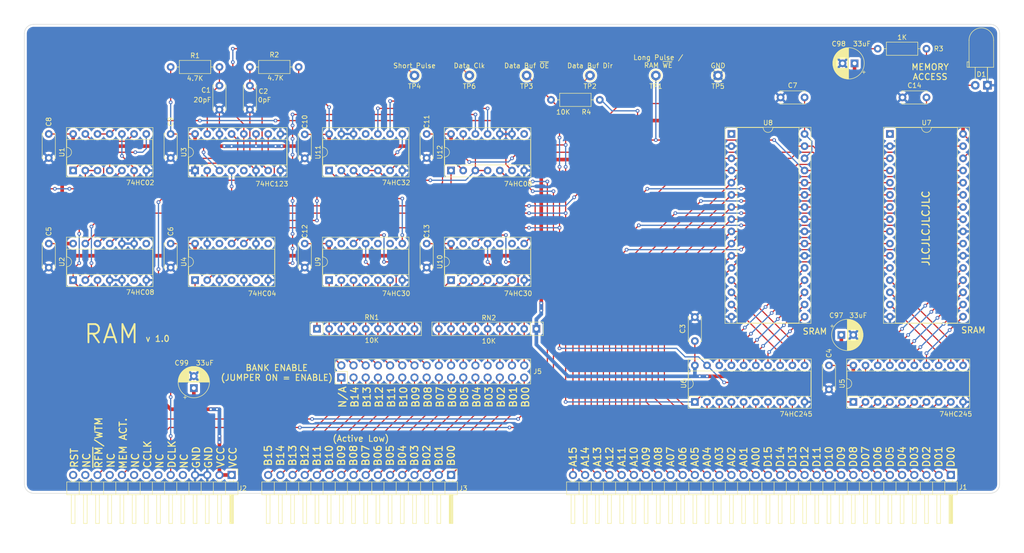
<source format=kicad_pcb>
(kicad_pcb (version 20221018) (generator pcbnew)
  (layers (0 "F.Cu" signal) (31 "B.Cu" signal) (34 "B.Paste" user) (35 "F.Paste" user) (36 "B.SilkS" user "B.Silkscreen") (37 "F.SilkS" user "F.Silkscreen") (38 "B.Mask" user) (39 "F.Mask" user) (44 "Edge.Cuts" user))
  (net 0 "")
  (net 1 "VCC")
  (net 2 "GND")
  (net 3 "/DATA_BUS_00")
  (net 4 "/DATA_BUS_01")
  (net 5 "/DATA_BUS_02")
  (net 6 "/DATA_BUS_03")
  (net 7 "/DATA_BUS_04")
  (net 8 "/DATA_BUS_05")
  (net 9 "/DATA_BUS_06")
  (net 10 "/DATA_BUS_07")
  (net 11 "/DATA_BUS_08")
  (net 12 "/DATA_BUS_09")
  (net 13 "/DATA_BUS_10")
  (net 14 "/DATA_BUS_11")
  (net 15 "/DATA_BUS_12")
  (net 16 "/DATA_BUS_13")
  (net 17 "/DATA_BUS_14")
  (net 18 "/DATA_BUS_15")
  (net 19 "/ADDR_BUS_00")
  (net 20 "/ADDR_BUS_01")
  (net 21 "/ADDR_BUS_02")
  (net 22 "/ADDR_BUS_03")
  (net 23 "/ADDR_BUS_04")
  (net 24 "/ADDR_BUS_05")
  (net 25 "/ADDR_BUS_06")
  (net 26 "/ADDR_BUS_07")
  (net 27 "/ADDR_BUS_08")
  (net 28 "/ADDR_BUS_09")
  (net 29 "/ADDR_BUS_10")
  (net 30 "/ADDR_BUS_11")
  (net 31 "/ADDR_BUS_12")
  (net 32 "/ADDR_BUS_13")
  (net 33 "/ADDR_BUS_14")
  (net 34 "/ADDR_BUS_15")
  (net 37 "Net-(U3A-RCext)")
  (net 40 "Net-(U3B-RCext)")
  (net 42 "/BANK_BUS_00")
  (net 43 "/BANK_BUS_01")
  (net 44 "/BANK_BUS_02")
  (net 45 "/BANK_BUS_03")
  (net 46 "/BANK_BUS_04")
  (net 47 "/BANK_BUS_05")
  (net 48 "/BANK_BUS_06")
  (net 49 "/BANK_BUS_07")
  (net 50 "/BANK_BUS_08")
  (net 51 "/BANK_BUS_09")
  (net 52 "/BANK_BUS_10")
  (net 53 "/BANK_BUS_11")
  (net 54 "/BANK_BUS_12")
  (net 55 "/BANK_BUS_13")
  (net 56 "/BANK_BUS_14")
  (net 57 "/BANK_BUS_15")
  (net 58 "/DATA_CLK")
  (net 59 "/CTL_CLK")
  (net 60 "/RESET")
  (net 61 "Net-(U1-Pad1)")
  (net 62 "Net-(U1-Pad4)")
  (net 63 "Net-(U1-Pad10)")
  (net 64 "Net-(U1-Pad13)")
  (net 65 "/ADDRESSED_WTM")
  (net 66 "/SAFE_CLK")
  (net 68 "/DATA_BUF_DIR")
  (net 70 "Net-(U11-Pad8)")
  (net 71 "/DATA_BUF_~{OE}")
  (net 72 "Net-(U3B-~{Q})")
  (net 73 "Net-(U3A-Q)")
  (net 74 "/RAM_~{WE}")
  (net 76 "/MEM_ACT")
  (net 79 "/ADDRESSED_RFM")
  (net 80 "/RAM_DATA_00")
  (net 81 "/RAM_DATA_01")
  (net 82 "/RAM_DATA_02")
  (net 83 "/RAM_DATA_03")
  (net 84 "/RAM_DATA_04")
  (net 85 "/RAM_DATA_05")
  (net 86 "/RAM_DATA_06")
  (net 87 "/RAM_DATA_07")
  (net 88 "/RAM_DATA_08")
  (net 89 "/RAM_DATA_09")
  (net 90 "/RAM_DATA_10")
  (net 91 "/RAM_DATA_11")
  (net 92 "/RAM_DATA_12")
  (net 93 "/RAM_DATA_13")
  (net 94 "/RAM_DATA_14")
  (net 95 "/RAM_DATA_15")
  (net 98 "Net-(U9A-~{Y})")
  (net 102 "Net-(U10A-~{Y})")
  (net 106 "/RFM_WTM")
  (net 107 "Net-(D1-A)")
  (net 111 "Net-(U12-Pad12)")
  (net 112 "Net-(J5-Pin_2)")
  (net 113 "Net-(J5-Pin_4)")
  (net 114 "Net-(J5-Pin_6)")
  (net 115 "Net-(J5-Pin_8)")
  (net 116 "Net-(J5-Pin_10)")
  (net 117 "Net-(J5-Pin_12)")
  (net 118 "Net-(J5-Pin_14)")
  (net 119 "Net-(J5-Pin_16)")
  (net 120 "Net-(J5-Pin_18)")
  (net 121 "Net-(J5-Pin_20)")
  (net 122 "Net-(J5-Pin_22)")
  (net 123 "Net-(J5-Pin_24)")
  (net 124 "Net-(J5-Pin_26)")
  (net 125 "Net-(J5-Pin_28)")
  (net 126 "Net-(J5-Pin_30)")
  (net 127 "Net-(J5-Pin_32)")
  (net 128 "Net-(R3-Pad2)")
  (net 129 "/BANK_ADDRESSED")
  (net 130 "Net-(U11-Pad4)")
  (footprint "Package_DIP:DIP-14_W7.62mm_Socket" (layer "F.Cu") (at 114.3 104.14 90)
    (fp_text reference "U9")
    (fp_text value "74HC30")
  )
  (footprint "Capacitor_THT:C_Disc_D5.0mm_W2.5mm_P5.00mm" (layer "F.Cu") (at 134.62 73.66 -90)
    (fp_text reference "C11")
    (fp_text value "C")
  )
  (footprint "Capacitor_THT:C_Disc_D5.0mm_W2.5mm_P5.00mm" (layer "F.Cu") (at 208.36 66.04)
    (fp_text reference "C7")
    (fp_text value "C")
  )
  (footprint "Capacitor_THT:C_Disc_D5.0mm_W2.5mm_P5.00mm" (layer "F.Cu") (at 55.88 96.52 -90)
    (fp_text reference "C5")
    (fp_text value "C")
  )
  (footprint "sixteen-bit-computer:peripheral-backplane-membank" (layer "F.Cu") (at 139.7 144.78 -90)
    (fp_text reference "J3")
    (fp_text value "peripheral_membank_connector")
  )
  (footprint "Capacitor_THT:CP_Radial_D6.3mm_P2.50mm" (layer "F.Cu") (at 221.02 115.57)
    (fp_text reference "C97")
    (fp_text value "33uF")
  )
  (footprint "Resistor_THT:R_Axial_DIN0207_L6.3mm_D2.5mm_P10.16mm_Horizontal" (layer "F.Cu") (at 170.688 66.548 180)
    (fp_text reference "R4")
    (fp_text value "10K")
  )
  (footprint "sixteen-bit-computer:peripheral-backplane-aux" (layer "F.Cu") (at 93.98 144.78)
    (fp_text reference "J2")
    (fp_text value "peripheral_aux_connector")
  )
  (footprint "Connector_Pin:Pin_D1.0mm_L10.0mm" (layer "F.Cu") (at 143.51 61.468)
    (fp_text reference "TP6")
    (fp_text value "Data Clk")
  )
  (footprint "Capacitor_THT:C_Disc_D5.0mm_W2.5mm_P5.00mm" (layer "F.Cu") (at 109.22 96.52 -90)
    (fp_text reference "C12")
    (fp_text value "C")
  )
  (footprint "Package_DIP:DIP-14_W7.62mm_Socket" (layer "F.Cu") (at 139.7 104.14 90)
    (fp_text reference "U10")
    (fp_text value "74HC30")
  )
  (footprint "Capacitor_THT:C_Disc_D5.0mm_W2.5mm_P5.00mm" (layer "F.Cu") (at 218.44 121.92 -90)
    (fp_text reference "C4")
    (fp_text value "C")
  )
  (footprint "Package_DIP:DIP-20_W7.62mm_Socket" (layer "F.Cu") (at 223.52 129.54 90)
    (fp_text reference "U5")
    (fp_text value "74HC245")
  )
  (footprint "Connector_Pin:Pin_D1.0mm_L10.0mm" (layer "F.Cu") (at 182.372 61.468)
    (fp_text reference "TP1")
    (fp_text value "Long Pulse / RAM ~{WE}")
  )
  (footprint "Capacitor_THT:C_Disc_D5.0mm_W2.5mm_P5.00mm" (layer "F.Cu") (at 190.5 116.84 90)
    (fp_text reference "C3")
    (fp_text value "C")
  )
  (footprint "Connector_Pin:Pin_D1.0mm_L10.0mm" (layer "F.Cu") (at 155.448 61.468)
    (fp_text reference "TP3")
    (fp_text value "Data Buf ~{OE}")
  )
  (footprint "Package_DIP:DIP-32_W15.24mm_Socket" (layer "F.Cu") (at 198.12 73.66)
    (fp_text reference "U8")
    (fp_text value "628128_DIP32_SSOP32")
  )
  (footprint "Capacitor_THT:C_Disc_D5.0mm_W2.5mm_P5.00mm" (layer "F.Cu") (at 97.79 68.58 90)
    (fp_text reference "C2")
    (fp_text value "0pF")
  )
  (footprint "Connector_Pin:Pin_D1.0mm_L10.0mm" (layer "F.Cu") (at 168.656 61.468)
    (fp_text reference "TP2")
    (fp_text value "Data Buf Dir")
  )
  (footprint "Resistor_THT:R_Axial_DIN0207_L6.3mm_D2.5mm_P10.16mm_Horizontal" (layer "F.Cu") (at 81.28 59.69)
    (fp_text reference "R1")
    (fp_text value "4.7K")
  )
  (footprint "Connector_Pin:Pin_D1.0mm_L10.0mm" (layer "F.Cu") (at 195.326 61.468)
    (fp_text reference "TP5")
    (fp_text value "GND")
  )
  (footprint "Capacitor_THT:C_Disc_D5.0mm_W2.5mm_P5.00mm" (layer "F.Cu") (at 81.28 96.52 -90)
    (fp_text reference "C6")
    (fp_text value "C")
  )
  (footprint "Resistor_THT:R_Axial_DIN0207_L6.3mm_D2.5mm_P10.16mm_Horizontal" (layer "F.Cu") (at 238.76 55.88 180)
    (fp_text reference "R3")
    (fp_text value "1K")
  )
  (footprint "Package_DIP:DIP-16_W7.62mm_Socket" (layer "F.Cu") (at 86.36 81.28 90)
    (fp_text reference "U3")
    (fp_text value "74HC123")
  )
  (footprint "Capacitor_THT:C_Disc_D5.0mm_W2.5mm_P5.00mm" (layer "F.Cu") (at 109.22 73.74 -90)
    (fp_text reference "C10")
    (fp_text value "C")
  )
  (footprint "Capacitor_THT:CP_Radial_D6.3mm_P2.50mm" (layer "F.Cu") (at 86.106 126.658379 90)
    (fp_text reference "C99")
    (fp_text value "33uF")
  )
  (footprint "Package_DIP:DIP-20_W7.62mm_Socket" (layer "F.Cu") (at 190.5 129.54 90)
    (fp_text reference "U6")
    (fp_text value "74HC245")
  )
  (footprint "Capacitor_THT:C_Disc_D5.0mm_W2.5mm_P5.00mm" (layer "F.Cu") (at 134.62 96.52 -90)
    (fp_text reference "C13")
    (fp_text value "C")
  )
  (footprint "Package_DIP:DIP-14_W7.62mm_Socket" (layer "F.Cu") (at 86.36 104.14 90)
    (fp_text reference "U4")
    (fp_text value "74HC04")
  )
  (footprint "Package_DIP:DIP-14_W7.62mm_Socket" (layer "F.Cu") (at 60.96 104.14 90)
    (fp_text reference "U2")
    (fp_text value "74HC08")
  )
  (footprint "Capacitor_THT:C_Disc_D5.0mm_W2.5mm_P5.00mm" (layer "F.Cu") (at 81.28 78.66 90)
    (fp_text reference "C9")
    (fp_text value "C")
  )
  (footprint "Package_DIP:DIP-32_W15.24mm_Socket" (layer "F.Cu") (at 231.14 73.66)
    (fp_text reference "U7")
    (fp_text value "628128_DIP32_SSOP32")
  )
  (footprint "Capacitor_THT:C_Disc_D5.0mm_W2.5mm_P5.00mm" (layer "F.Cu") (at 233.76 66.04)
    (fp_text reference "C14")
    (fp_text value "C")
  )
  (footprint "Package_DIP:DIP-14_W7.62mm_Socket" (layer "F.Cu") (at 139.695 81.28 90)
    (fp_text reference "U12")
    (fp_text value "74HC08")
  )
  (footprint "Package_DIP:DIP-14_W7.62mm_Socket" (layer "F.Cu") (at 114.3 81.28 90)
    (fp_text reference "U11")
    (fp_text value "74HC32")
  )
  (footprint "Resistor_THT:R_Array_SIP9" (layer "F.Cu") (at 157.48 114.3 180)
    (fp_text reference "RN2")
    (fp_text value "10K")
  )
  (footprint "Capacitor_THT:C_Disc_D5.0mm_W2.5mm_P5.00mm" (layer "F.Cu") (at 55.88 78.66 90)
    (fp_text reference "C8")
    (fp_text value "C")
  )
  (footprint "Capacitor_THT:CP_Radial_D6.3mm_P2.50mm" (layer "F.Cu") (at 223.774 58.928 180)
    (fp_text reference "C98")
    (fp_text value "33uF")
  )
  (footprint "Capacitor_THT:C_Disc_D5.0mm_W2.5mm_P5.00mm" (layer "F.Cu") (at 91.44 68.58 90)
    (fp_text reference "C1")
    (fp_text value "20pF")
  )
  (footprint "sixteen-bit-computer:LED_D5.0mm_Horizontal_O3.81mm_Z3.0mm" (layer "F.Cu") (at 251.46 63.5 180)
    (fp_text reference "D1")
    (fp_text value "LED")
  )
  (footprint "sixteen-bit-computer:peripheral-backplane-data-addr-anno" (layer "F.Cu") (at 243.84 144.78 -90)
    (fp_text reference "J1")
    (fp_text value "peripheral_addr_bus_connector")
  )
  (footprint "Resistor_THT:R_Array_SIP9" (layer "F.Cu") (at 111.76 114.3)
    (fp_text reference "RN1")
    (fp_text value "10K")
  )
  (footprint "Connector_Pin:Pin_D1.0mm_L10.0mm" (layer "F.Cu") (at 132.08 61.468)
    (fp_text reference "TP4")
    (fp_text value "Short Pulse")
  )
  (footprint "Package_DIP:DIP-14_W7.62mm_Socket" (layer "F.Cu") (at 60.96 81.28 90)
    (fp_text reference "U1")
    (fp_text value "74HC02")
  )
  (footprint "Connector_PinHeader_2.54mm:PinHeader_2x16_P2.54mm_Vertical" (layer "F.Cu") (at 116.84 124.46 90)
    (fp_text reference "J5")
    (fp_text value "Conn_02x16_Odd_Even")
  )
  (footprint "Resistor_THT:R_Axial_DIN0207_L6.3mm_D2.5mm_P10.16mm_Horizontal" (layer "F.Cu") (at 107.95 59.69 180)
    (fp_text reference "R2")
    (fp_text value "4.7K")
  )
  (gr_line (start 254 52.705) (end 254 146.685) (stroke (width 0.1)) (layer "Edge.Cuts"))
  (gr_arc (start 254 146.685) (mid 253.442038 148.032038) (end 252.095 148.59) (stroke (width 0.1)) (layer "Edge.Cuts"))
  (gr_arc (start 52.705 148.59) (mid 51.357962 148.032038) (end 50.8 146.685) (stroke (width 0.1)) (layer "Edge.Cuts"))
  (gr_line (start 50.8 146.685) (end 50.8 52.705) (stroke (width 0.1)) (layer "Edge.Cuts"))
  (gr_arc (start 50.8 52.705) (mid 51.357962 51.357962) (end 52.705 50.8) (stroke (width 0.1)) (layer "Edge.Cuts"))
  (gr_line (start 252.095 148.59) (end 52.705 148.59) (stroke (width 0.1)) (layer "Edge.Cuts"))
  (gr_arc (start 252.095 50.8) (mid 253.442038 51.357962) (end 254 52.705) (stroke (width 0.1)) (layer "Edge.Cuts"))
  (gr_line (start 52.705 50.8) (end 252.095 50.8) (stroke (width 0.1)) (layer "Edge.Cuts"))
  (gr_text "MEMORY\nACCESS" (at 239.522 62.484) (layer "F.SilkS") (effects (font (size 1.27 1.27) (thickness 0.2032)) (justify bottom)))
  (gr_text "Long Pulse /\nRAM ~{WE}" (at 182.88 59.944) (layer "F.SilkS") (effects (font (size 1.016 1.016) (thickness 0.1524)) (justify bottom)))
  (gr_text "SRAM" (at 245.872 115.316) (layer "F.SilkS") (effects (font (size 1.27 1.27) (thickness 0.2032)) (justify left bottom)))
  (gr_text "BANK ENABLE\n(JUMPER ON = ENABLE)" (at 103.378 125.222) (layer "F.SilkS") (effects (font (size 1.27 1.27) (thickness 0.2032)) (justify bottom)))
  (gr_text "v 1.0" (at 75.946 117.094) (layer "F.SilkS") (effects (font (size 1.27 1.27) (thickness 0.2032)) (justify left bottom)))
  (gr_text "(Active Low)" (at 120.904 137.922) (layer "F.SilkS") (effects (font (size 1.27 1.27) (thickness 0.2032)) (justify bottom)))
  (gr_text "SRAM" (at 212.852 115.57) (layer "F.SilkS") (effects (font (size 1.27 1.27) (thickness 0.2032)) (justify left bottom)))
  (gr_text "RAM" (at 62.992 117.602) (layer "F.SilkS") (effects (font (size 3.81 3.81) (thickness 0.381)) (justify left bottom)))
  (gr_text "JLCJLCJLCJLC" (at 239.522 101.346 90) (layer "F.SilkS") (effects (font (size 1.524 1.524) (thickness 0.254) bold) (justify left bottom)))
  (segment (start 139.7 99.06) (end 139.7 96.52) (width 0.762) (layer "F.Cu") (net 1))
  (segment (start 86.106 131.064) (end 86.106 126.658379) (width 0.762) (layer "F.Cu") (net 1))
  (segment (start 223.774 70.866) (end 223.774 58.928) (width 0.762) (layer "F.Cu") (net 1))
  (segment (start 81.28 96.52) (end 86.36 96.52) (width 0.254) (layer "F.Cu") (net 1))
  (segment (start 111.76 114.3) (end 111.76 99.314) (width 0.254) (layer "F.Cu") (net 1))
  (segment (start 86.36 99.06) (end 86.36 96.52) (width 0.762) (layer "F.Cu") (net 1))
  (segment (start 81.28 131.064) (end 58.674 108.458) (width 0.762) (layer "F.Cu") (net 1))
  (segment (start 158.496 108.966) (end 158.496 110.49) (width 0.762) (layer "F.Cu") (net 1))
  (segment (start 114.3 68.072) (end 107.95 61.722) (width 0.254) (layer "F.Cu") (net 1))
  (segment (start 88.138 77.47) (end 88.138 76.2) (width 0.254) (layer "F.Cu") (net 1))
  (segment (start 103.124 76.2) (end 104.394 76.2) (width 0.762) (layer "F.Cu") (net 1))
  (segment (start 93.98 144.78) (end 91.44 144.78) (width 0.762) (layer "F.Cu") (net 1))
  (segment (start 90.932 131.064) (end 86.106 131.064) (width 0.762) (layer "F.Cu") (net 1))
  (segment (start 158.242 99.06) (end 158.496 98.806) (width 0.762) (layer "F.Cu") (net 1))
  (segment (start 158.496 100.076) (end 158.496 98.044) (width 0.762) (layer "F.Cu") (net 1))
  (segment (start 114.3 76.2) (end 139.7 76.2) (width 0.762) (layer "F.Cu") (net 1))
  (segment (start 175.768 71.374) (end 176.276 70.866) (width 0.762) (layer "F.Cu") (net 1))
  (segment (start 55.88 96.52) (end 58.674 96.52) (width 0.254) (layer "F.Cu") (net 1))
  (segment (start 114.3 76.2) (end 114.3 73.66) (width 0.762) (layer "F.Cu") (net 1))
  (segment (start 247.904 75.184) (end 246.38 73.66) (width 0.254) (layer "F.Cu") (net 1))
  (segment (start 58.674 96.52) (end 58.674 76.2) (width 0.762) (layer "F.Cu") (net 1))
  (segment (start 158.496 110.49) (end 158.496 100.076) (width 0.762) (layer "F.Cu") (net 1))
  (segment (start 213.36 70.866) (end 213.36 73.66) (width 0.254) (layer "F.Cu") (net 1))
  (segment (start 107.95 61.722) (end 107.95 59.69) (width 0.254) (layer "F.Cu") (net 1))
  (segment (start 109.22 73.74) (end 114.22 73.74) (width 0.254) (layer "F.Cu") (net 1))
  (segment (start 91.44 137.922) (end 91.44 136.652) (width 0.762) (layer "F.Cu") (net 1))
  (segment (start 60.96 96.52) (end 58.674 96.52) (width 0.762) (layer "F.Cu") (net 1))
  (segment (start 58.674 108.458) (end 58.674 96.52) (width 0.762) (layer "F.Cu") (net 1))
  (segment (start 81.28 73.66) (end 86.36 73.66) (width 0.254) (layer "F.Cu") (net 1))
  (segment (start 158.496 98.806) (end 158.496 98.044) (width 0.762) (layer "F.Cu") (net 1))
  (segment (start 158.496 80.564132) (end 160.066132 78.994) (width 0.762) (layer "F.Cu") (net 1))
  (segment (start 58.674 99.06) (end 86.36 99.06) (width 0.762) (layer "F.Cu") (net 1))
  (segment (start 104.394 76.2) (end 114.3 76.2) (width 0.762) (layer "F.Cu") (net 1))
  (segment (start 139.695 76.195) (end 139.695 73.66) (width 0.762) (layer "F.Cu") (net 1))
  (segment (start 58.674 76.2) (end 61.468 76.2) (width 0.762) (layer "F.Cu") (net 1))
  (segment (start 238.76 66.04) (end 238.76 70.866) (width 0.254) (layer "F.Cu") (net 1))
  (segment (start 176.276 70.866) (end 178.562 70.866) (width 0.762) (layer "F.Cu") (net 1))
  (segment (start 81.28 67.056) (end 81.28 59.69) (width 0.254) (layer "F.Cu") (net 1))
  (segment (start 111.76 99.314) (end 112.014 99.06) (width 0.254) (layer "F.Cu") (net 1))
  (segment (start 86.36 73.66) (end 86.36 76.2) (width 0.762) (layer "F.Cu") (net 1))
  (segment (start 114.3 99.06) (end 139.7 99.06) (width 0.762) (layer "F.Cu") (net 1))
  (segment (start 160.066132 78.994) (end 168.148 78.994) (width 0.762) (layer "F.Cu") (net 1))
  (segment (start 60.96 76.2) (end 60.96 73.66) (width 0.762) (layer "F.Cu") (net 1))
  (segment (start 191.516 124.206) (end 223.52 124.206) (width 0.762) (layer "F.Cu") (net 1))
  (segment (start 92.456 76.2) (end 93.98 76.2) (width 0.762) (layer "F.Cu") (net 1))
  (segment (start 91.44 144.78) (end 91.44 137.922) (width 0.762) (layer "F.Cu") (net 1))
  (segment (start 60.96 76.2) (end 61.468 76.2) (width 0.762) (layer "F.Cu") (net 1))
  (segment (start 218.44 121.92) (end 223.52 121.92) (width 0.254) (layer "F.Cu") (net 1))
  (segment (start 246.38 70.866) (end 246.38 73.66) (width 0.762) (layer "F.Cu") (net 1))
  (segment (start 178.562 70.866) (end 213.36 70.866) (width 0.762) (layer "F.Cu") (net 1))
  (segment (start 247.904 77.216) (end 247.904 75.184) (width 0.254) (layer "F.Cu") (net 1))
  (segment (start 213.36 70.866) (end 246.38 70.866) (width 0.762) (layer "F.Cu") (net 1))
  (segment (start 112.014 99.06) (end 114.3 99.06) (width 0.762) (layer "F.Cu") (net 1))
  (segment (start 61.468 76.2) (end 86.36 76.2) (width 0.762) (layer "F.Cu") (net 1))
  (segment (start 88.138 76.2) (end 92.456 76.2) (width 0.762) (layer "F.Cu") (net 1))
  (segment (start 86.106 131.064) (end 81.28 131.064) (width 0.762) (layer "F.Cu") (net 1))
  (segment (start 223.52 124.206) (end 223.52 121.92) (width 0.762) (layer "F.Cu") (net 1))
  (segment (start 86.36 99.06) (end 112.014 99.06) (width 0.762) (layer "F.Cu") (net 1))
  (segment (start 221.02 124.166) (end 221.02 115.57) (width 0.762) (layer "F.Cu") (net 1))
  (segment (start 139.7 76.2) (end 139.695 76.195) (width 0.762) (layer "F.Cu") (net 1))
  (segment (start 134.62 96.52) (end 139.7 96.52) (width 0.254) (layer "F.Cu") (net 1))
  (segment (start 86.36 76.2) (end 88.138 76.2) (width 0.762) (layer "F.Cu") (net 1))
  (segment (start 168.148 78.994) (end 175.768 71.374) (width 0.762) (layer "F.Cu") (net 1))
  (segment (start 246.38 78.74) (end 247.904 77.216) (width 0.254) (layer "F.Cu") (net 1))
  (segment (start 114.3 99.06) (end 114.3 96.52) (width 0.762) (layer "F.Cu") (net 1))
  (segment (start 158.496 99.314) (end 158.242 99.06) (width 0.762) (layer "F.Cu") (net 1))
  (segment (start 109.22 96.52) (end 114.3 96.52) (width 0.254) (layer "F.Cu") (net 1))
  (segment (start 158.496 98.044) (end 158.496 80.564132) (width 0.762) (layer "F.Cu") (net 1))
  (segment (start 213.36 66.04) (end 213.36 70.866) (width 0.254) (layer "F.Cu") (net 1))
  (segment (start 158.242 99.06) (end 139.7 99.06) (width 0.762) (layer "F.Cu") (net 1))
  (segment (start 99.06 73.66) (end 99.06 76.2) (width 0.254) (layer "F.Cu") (net 1))
  (segment (start 55.88 73.66) (end 60.96 73.66) (width 0.254) (layer "F.Cu") (net 1))
  (segment (start 114.22 73.74) (end 114.3 73.66) (width 0.254) (layer "F.Cu") (net 1))
  (segment (start 190.5 116.84) (end 190.5 121.92) (width 0.254) (layer "F.Cu") (net 1))
  (segment (start 178.562 68.834) (end 178.562 70.866) (width 0.254) (layer "F.Cu") (net 1))
  (segment (start 134.62 73.66) (end 139.695 73.66) (width 0.254) (layer "F.Cu") (net 1))
  (segment (start 158.496 100.076) (end 158.496 99.314) (width 0.762) (layer "F.Cu") (net 1))
  (via (at 158.496 108.966) (size 0.762) (drill 0.381) (layers "F.Cu" "B.Cu") (net 1))
  (via (at 158.496 110.49) (size 0.762) (drill 0.381) (layers "F.Cu" "B.Cu") (net 1))
  (via (at 104.394 76.2) (size 0.762) (drill 0.381) (layers "F.Cu" "B.Cu") (net 1))
  (via (at 89.662 131.064) (size 0.762) (drill 0.381) (layers "F.Cu" "B.Cu") (net 1))
  (via (at 93.98 76.2) (size 0.762) (drill 0.381) (layers "F.Cu" "B.Cu") (net 1))
  (via (at 92.456 76.2) (size 0.762) (drill 0.381) (layers "F.Cu" "B.Cu") (net 1))
  (via (at 90.932 131.064) (size 0.762) (drill 0.381) (layers "F.Cu" "B.Cu") (net 1))
  (via (at 114.3 68.072) (size 0.762) (drill 0.381) (layers "F.Cu" "B.Cu") (net 1))
  (via (at 193.04 124.206) (size 0.762) (drill 0.381) (layers "F.Cu" "B.Cu") (net 1))
  (via (at 81.28 67.056) (size 0.762) (drill 0.381) (layers "F.Cu" "B.Cu") (net 1))
  (via (at 91.44 136.652) (size 0.762) (drill 0.381) (layers "F.Cu" "B.Cu") (net 1))
  (via (at 178.562 68.834) (size 0.762) (drill 0.381) (layers "F.Cu" "B.Cu") (net 1))
  (via (at 191.516 124.206) (size 0.762) (drill 0.381) (layers "F.Cu" "B.Cu") (net 1))
  (via (at 99.06 76.2) (size 0.762) (drill 0.381) (layers "F.Cu" "B.Cu") (net 1))
  (via (at 91.44 137.922) (size 0.762) (drill 0.381) (layers "F.Cu" "B.Cu") (net 1))
  (via (at 103.124 76.2) (size 0.762) (drill 0.381) (layers "F.Cu" "B.Cu") (net 1))
  (via (at 88.138 77.47) (size 0.762) (drill 0.381) (layers "F.Cu" "B.Cu") (net 1))
  (segment (start 90.932 131.064) (end 89.662 131.064) (width 0.762) (layer "B.Cu") (net 1))
  (segment (start 91.44 81.28) (end 88.138 77.978) (width 0.254) (layer "B.Cu") (net 1))
  (segment (start 213.36 78.74) (end 214.884 77.216) (width 0.254) (layer "B.Cu") (net 1))
  (segment (start 170.942 66.548) (end 173.228 68.834) (width 0.254) (layer "B.Cu") (net 1))
  (segment (start 157.48 112.268) (end 157.48 114.3) (width 0.762) (layer "B.Cu") (net 1))
  (segment (start 157.48 117.602) (end 157.48 114.3) (width 0.762) (layer "B.Cu") (net 1))
  (segment (start 91.44 137.922) (end 91.44 131.064) (width 0.762) (layer "B.Cu") (net 1))
  (segment (start 191.516 124.206) (end 190.5 124.206) (width 0.762) (layer "B.Cu") (net 1))
  (segment (start 164.084 124.206) (end 157.48 117.602) (width 0.762) (layer "B.Cu") (net 1))
  (segment (start 214.884 77.216) (end 214.884 75.184) (width 0.254) (layer "B.Cu") (net 1))
  (segment (start 191.516 124.206) (end 193.04 124.206) (width 0.762) (layer "B.Cu") (net 1))
  (segment (start 92.456 76.2) (end 99.06 76.2) (width 0.762) (layer "B.Cu") (net 1))
  (segment (start 91.44 131.064) (end 90.932 131.064) (width 0.762) (layer "B.Cu") (net 1))
  (segment (start 173.228 68.834) (end 178.562 68.834) (width 0.254) (layer "B.Cu") (net 1))
  (segment (start 114.3 68.072) (end 114.3 73.66) (width 0.254) (layer "B.Cu") (net 1))
  (segment (start 158.496 111.252) (end 157.48 112.268) (width 0.762) (layer "B.Cu") (net 1))
  (segment (start 190.5 124.206) (end 190.5 121.92) (width 0.762) (layer "B.Cu") (net 1))
  (segment (start 214.884 75.184) (end 213.36 73.66) (width 0.254) (layer "B.Cu") (net 1))
  (segment (start 81.28 73.66) (end 81.28 67.056) (width 0.254) (layer "B.Cu") (net 1))
  (segment (start 190.5 124.206) (end 164.084 124.206) (width 0.762) (layer "B.Cu") (net 1))
  (segment (start 158.496 108.966) (end 158.496 111.252) (width 0.762) (layer "B.Cu") (net 1))
  (segment (start 99.06 76.2) (end 104.394 76.2) (width 0.762) (layer "B.Cu") (net 1))
  (segment (start 170.688 66.548) (end 170.942 66.548) (width 0.254) (layer "B.Cu") (net 1))
  (segment (start 88.138 77.978) (end 88.138 77.47) (width 0.254) (layer "B.Cu") (net 1))
  (segment (start 97.79 80.01) (end 99.06 81.28) (width 0.254) (layer "F.Cu") (net 2))
  (segment (start 97.79 68.58) (end 97.79 80.01) (width 0.254) (layer "F.Cu") (net 2))
  (segment (start 91.44 68.58) (end 91.44 73.66) (width 0.254) (layer "F.Cu") (net 2))
  (segment (start 243.84 129.54) (end 241.3 132.08) (width 0.254) (layer "F.Cu") (net 3))
  (segment (start 241.3 142.24) (end 243.84 144.78) (width 0.254) (layer "F.Cu") (net 3))
  (segment (start 241.3 132.08) (end 241.3 142.24) (width 0.254) (layer "F.Cu") (net 3))
  (segment (start 241.3 129.54) (end 238.76 132.08) (width 0.254) (layer "F.Cu") (net 4))
  (segment (start 238.76 142.24) (end 241.3 144.78) (width 0.254) (layer "F.Cu") (net 4))
  (segment (start 238.76 132.08) (end 238.76 142.24) (width 0.254) (layer "F.Cu") (net 4))
  (segment (start 236.22 142.24) (end 238.76 144.78) (width 0.254) (layer "F.Cu") (net 5))
  (segment (start 236.22 132.08) (end 236.22 142.24) (width 0.254) (layer "F.Cu") (net 5))
  (segment (start 238.76 129.54) (end 236.22 132.08) (width 0.254) (layer "F.Cu") (net 5))
  (segment (start 236.22 129.54) (end 233.68 132.08) (width 0.254) (layer "F.Cu") (net 6))
  (segment (start 233.68 132.08) (end 233.68 142.24) (width 0.254) (layer "F.Cu") (net 6))
  (segment (start 233.68 142.24) (end 236.22 144.78) (width 0.254) (layer "F.Cu") (net 6))
  (segment (start 233.68 129.54) (end 231.14 132.08) (width 0.254) (layer "F.Cu") (net 7))
  (segment (start 231.14 132.08) (end 231.14 142.24) (width 0.254) (layer "F.Cu") (net 7))
  (segment (start 231.14 142.24) (end 233.68 144.78) (width 0.254) (layer "F.Cu") (net 7))
  (segment (start 228.6 132.08) (end 228.6 142.24) (width 0.254) (layer "F.Cu") (net 8))
  (segment (start 231.14 129.54) (end 228.6 132.08) (width 0.254) (layer "F.Cu") (net 8))
  (segment (start 228.6 142.24) (end 231.14 144.78) (width 0.254) (layer "F.Cu") (net 8))
  (segment (start 228.6 144.78) (end 226.06 142.24) (width 0.254) (layer "F.Cu") (net 9))
  (segment (start 228.6 129.54) (end 226.06 132.08) (width 0.254) (layer "F.Cu") (net 9))
  (segment (start 226.06 132.08) (end 226.06 142.24) (width 0.254) (layer "F.Cu") (net 9))
  (segment (start 226.06 129.54) (end 223.52 132.08) (width 0.254) (layer "F.Cu") (net 10))
  (segment (start 223.52 132.08) (end 223.52 142.24) (width 0.254) (layer "F.Cu") (net 10))
  (segment (start 223.52 142.24) (end 226.06 144.78) (width 0.254) (layer "F.Cu") (net 10))
  (segment (start 210.82 132.08) (end 210.82 129.54) (width 0.254) (layer "F.Cu") (net 11))
  (segment (start 223.52 144.78) (end 210.82 132.08) (width 0.254) (layer "F.Cu") (net 11))
  (segment (start 208.28 132.08) (end 220.98 144.78) (width 0.254) (layer "F.Cu") (net 12))
  (segment (start 208.28 129.54) (end 208.28 132.08) (width 0.254) (layer "F.Cu") (net 12))
  (segment (start 205.74 129.54) (end 205.74 132.08) (width 0.254) (layer "F.Cu") (net 13))
  (segment (start 205.74 132.08) (end 218.44 144.78) (width 0.254) (layer "F.Cu") (net 13))
  (segment (start 215.9 144.78) (end 203.2 132.08) (width 0.254) (layer "F.Cu") (net 14))
  (segment (start 203.2 132.08) (end 203.2 129.54) (width 0.254) (layer "F.Cu") (net 14))
  (segment (start 200.66 129.54) (end 200.66 132.08) (width 0.254) (layer "F.Cu") (net 15))
  (segment (start 200.66 132.08) (end 213.36 144.78) (width 0.254) (layer "F.Cu") (net 15))
  (segment (start 198.12 132.08) (end 198.12 129.54) (width 0.254) (layer "F.Cu") (net 16))
  (segment (start 210.82 144.78) (end 198.12 132.08) (width 0.254) (layer "F.Cu") (net 16))
  (segment (start 195.58 132.08) (end 208.28 144.78) (width 0.254) (layer "F.Cu") (net 17))
  (segment (start 195.58 129.54) (end 195.58 132.08) (width 0.254) (layer "F.Cu") (net 17))
  (segment (start 205.74 144.78) (end 193.04 132.08) (width 0.254) (layer "F.Cu") (net 18))
  (segment (start 193.04 132.08) (end 193.04 129.54) (width 0.254) (layer "F.Cu") (net 18))
  (segment (start 199.39 100.33) (end 228.092 100.33) (width 0.254) (layer "F.Cu") (net 19))
  (segment (start 184.15 115.57) (end 198.12 101.6) (width 0.254) (layer "F.Cu") (net 19))
  (segment (start 184.15 126.238) (end 184.15 115.57) (width 0.254) (layer "F.Cu") (net 19))
  (segment (start 203.2 144.78) (end 189.992 131.572) (width 0.254) (layer "F.Cu") (net 19))
  (segment (start 198.12 101.6) (end 199.39 100.33) (width 0.254) (layer "F.Cu") (net 19))
  (segment (start 229.362 101.6) (end 231.14 101.6) (width 0.254) (layer "F.Cu") (net 19))
  (segment (start 189.484 131.572) (end 184.15 126.238) (width 0.254) (layer "F.Cu") (net 19))
  (segment (start 228.092 100.33) (end 229.362 101.6) (width 0.254) (layer "F.Cu") (net 19))
  (segment (start 189.992 131.572) (end 189.484 131.572) (width 0.254) (layer "F.Cu") (net 19))
  (segment (start 229.362 99.06) (end 231.14 99.06) (width 0.254) (layer "F.Cu") (net 20))
  (segment (start 228.092 97.79) (end 229.362 99.06) (width 0.254) (layer "F.Cu") (net 20))
  (segment (start 200.66 144.78) (end 182.88 127) (width 0.254) (layer "F.Cu") (net 20))
  (segment (start 182.88 127) (end 182.88 114.3) (width 0.254) (layer "F.Cu") (net 20))
  (segment (start 182.88 114.3) (end 198.12 99.06) (width 0.254) (layer "F.Cu") (net 20))
  (segment (start 211.836 97.79) (end 228.092 97.79) (width 0.254) (layer "F.Cu") (net 20))
  (segment (start 210.566 99.06) (end 211.836 97.79) (width 0.254) (layer "F.Cu") (net 20))
  (segment (start 198.12 99.06) (end 210.566 99.06) (width 0.254) (layer "F.Cu") (net 20))
  (segment (start 199.39 95.25) (end 228.092 95.25) (width 0.254) (layer "F.Cu") (net 21))
  (segment (start 229.362 96.52) (end 231.14 96.52) (width 0.254) (layer "F.Cu") (net 21))
  (segment (start 181.61 113.03) (end 198.12 96.52) (width 0.254) (layer "F.Cu") (net 21))
  (segment (start 198.12 96.52) (end 199.39 95.25) (width 0.254) (layer "F.Cu") (net 21))
  (segment (start 181.61 128.27) (end 181.61 113.03) (width 0.254) (layer "F.Cu") (net 21))
  (segment (start 228.092 95.25) (end 229.362 96.52) (width 0.254) (layer "F.Cu") (net 21))
  (segment (start 198.12 144.78) (end 181.61 128.27) (width 0.254) (layer "F.Cu") (net 21))
  (segment (start 180.34 129.54) (end 180.34 111.76) (width 0.254) (layer "F.Cu") (net 22))
  (segment (start 210.566 93.98) (end 211.836 92.71) (width 0.254) (layer "F.Cu") (net 22))
  (segment (start 198.12 93.98) (end 210.566 93.98) (width 0.254) (layer "F.Cu") (net 22))
  (segment (start 195.58 144.78) (end 180.34 129.54) (width 0.254) (layer "F.Cu") (net 22))
  (segment (start 216.408 93.98) (end 231.14 93.98) (width 0.254) (layer "F.Cu") (net 22))
  (segment (start 211.836 92.71) (end 215.138 92.71) (width 0.254) (layer "F.Cu") (net 22))
  (segment (start 215.138 92.71) (end 216.408 93.98) (width 0.254) (layer "F.Cu") (net 22))
  (segment (start 180.34 111.76) (end 198.12 93.98) (width 0.254) (layer "F.Cu") (net 22))
  (segment (start 216.408 91.44) (end 231.14 91.44) (width 0.254) (layer "F.Cu") (net 23))
  (segment (start 193.04 144.78) (end 179.07 130.81) (width 0.254) (layer "F.Cu") (net 23))
  (segment (start 198.12 91.44) (end 210.566 91.44) (width 0.254) (layer "F.Cu") (net 23))
  (segment (start 179.07 130.81) (end 179.07 110.49) (width 0.254) (layer "F.Cu") (net 23))
  (segment (start 215.138 90.17) (end 216.408 91.44) (width 0.254) (layer "F.Cu") (net 23))
  (segment (start 211.836 90.17) (end 215.138 90.17) (width 0.254) (layer "F.Cu") (net 23))
  (segment (start 179.07 110.49) (end 198.12 91.44) (width 0.254) (layer "F.Cu") (net 23))
  (segment (start 210.566 91.44) (end 211.836 90.17) (width 0.254) (layer "F.Cu") (net 23))
  (segment (start 177.8 109.22) (end 198.12 88.9) (width 0.254) (layer "F.Cu") (net 24))
  (segment (start 211.836 87.63) (end 215.138 87.63) (width 0.254) (layer "F.Cu") (net 24))
  (segment (start 215.138 87.63) (end 216.408 88.9) (width 0.254) (layer "F.Cu") (net 24))
  (segment (start 210.566 88.9) (end 211.836 87.63) (width 0.254) (layer "F.Cu") (net 24))
  (segment (start 198.12 88.9) (end 210.566 88.9) (width 0.254) (layer "F.Cu") (net 24))
  (segment (start 177.8 132.08) (end 177.8 109.22) (width 0.254) (layer "F.Cu") (net 24))
  (segment (start 231.14 88.9) (end 216.408 88.9) (width 0.254) (layer "F.Cu") (net 24))
  (segment (start 190.5 144.78) (end 177.8 132.08) (width 0.254) (layer "F.Cu") (net 24))
  (segment (start 211.889907 85.09) (end 215.138 85.09) (width 0.254) (layer "F.Cu") (net 25))
  (segment (start 198.12 86.36) (end 210.619907 86.36) (width 0.254) (layer "F.Cu") (net 25))
  (segment (start 176.53 133.35) (end 176.53 107.95) (width 0.254) (layer "F.Cu") (net 25))
  (segment (start 216.408 86.36) (end 231.14 86.36) (width 0.254) (layer "F.Cu") (net 25))
  (segment (start 215.138 85.09) (end 216.408 86.36) (width 0.254) (layer "F.Cu") (net 25))
  (segment (start 187.96 144.78) (end 176.53 133.35) (width 0.254) (layer "F.Cu") (net 25))
  (segment (start 176.53 107.95) (end 198.12 86.36) (width 0.254) (layer "F.Cu") (net 25))
  (segment (start 210.619907 86.36) (end 211.889907 85.09) (width 0.254) (layer "F.Cu") (net 25))
  (segment (start 229.362 83.82) (end 231.14 83.82) (width 0.254) (layer "F.Cu") (net 26))
  (segment (start 228.092 82.55) (end 229.362 83.82) (width 0.254) (layer "F.Cu") (net 26))
  (segment (start 185.42 144.78) (end 175.26 134.62) (width 0.254) (layer "F.Cu") (net 26))
  (segment (start 175.26 106.68) (end 198.12 83.82) (width 0.254) (layer "F.Cu") (net 26))
  (segment (start 175.26 134.62) (end 175.26 106.68) (width 0.254) (layer "F.Cu") (net 26))
  (segment (start 199.39 82.55) (end 228.092 82.55) (width 0.254) (layer "F.Cu") (net 26))
  (segment (start 198.12 83.82) (end 199.39 82.55) (width 0.254) (layer "F.Cu") (net 26))
  (segment (start 211.836 86.36) (end 213.36 86.36) (width 0.254) (layer "F.Cu") (net 27))
  (segment (start 213.36 86.36) (end 215.138 86.36) (width 0.254) (layer "F.Cu") (net 27))
  (segment (start 173.99 105.41) (end 173.99 135.89) (width 0.254) (layer "F.Cu") (net 27))
  (segment (start 215.138 86.36) (end 216.408 87.63) (width 0.254) (layer "F.Cu") (net 27))
  (segment (start 244.856 86.36) (end 246.38 86.36) (width 0.254) (layer "F.Cu") (net 27))
  (segment (start 216.408 87.63) (end 243.586 87.63) (width 0.254) (layer "F.Cu") (net 27))
  (segment (start 210.566 87.63) (end 211.836 86.36) (width 0.254) (layer "F.Cu") (net 27))
  (segment (start 191.77 87.63) (end 173.99 105.41) (width 0.254) (layer "F.Cu") (net 27))
  (segment (start 173.99 135.89) (end 182.88 144.78) (width 0.254) (layer "F.Cu") (net 27))
  (segment (start 200.152 87.63) (end 210.566 87.63) (width 0.254) (layer "F.Cu") (net 27))
  (segment (start 243.586 87.63) (end 244.856 86.36) (width 0.254) (layer "F.Cu") (net 27))
  (via (at 191.77 87.63) (size 0.762) (drill 0.381) (layers "F.Cu" "B.Cu") (net 27))
  (via (at 200.152 87.63) (size 0.762) (drill 0.381) (layers "F.Cu" "B.Cu") (net 27))
  (segment (start 200.152 87.63) (end 191.77 87.63) (width 0.254) (layer "B.Cu") (net 27))
  (segment (start 244.856 88.9) (end 246.38 88.9) (width 0.254) (layer "F.Cu") (net 28))
  (segment (start 213.36 88.9) (end 215.138 88.9) (width 0.254) (layer "F.Cu") (net 28))
  (segment (start 172.72 137.16) (end 180.34 144.78) (width 0.254) (layer "F.Cu") (net 28))
  (segment (start 211.836 88.9) (end 213.36 88.9) (width 0.254) (layer "F.Cu") (net 28))
  (segment (start 186.436 90.17) (end 172.72 103.886) (width 0.254) (layer "F.Cu") (net 28))
  (segment (start 172.72 103.886) (end 172.72 137.16) (width 0.254) (layer "F.Cu") (net 28))
  (segment (start 216.408 90.17) (end 243.586 90.17) (width 0.254) (layer "F.Cu") (net 28))
  (segment (start 200.152 90.17) (end 210.566 90.17) (width 0.254) (layer "F.Cu") (net 28))
  (segment (start 243.586 90.17) (end 244.856 88.9) (width 0.254) (layer "F.Cu") (net 28))
  (segment (start 210.566 90.17) (end 211.836 88.9) (width 0.254) (layer "F.Cu") (net 28))
  (segment (start 215.138 88.9) (end 216.408 90.17) (width 0.254) (layer "F.Cu") (net 28))
  (via (at 186.436 90.17) (size 0.762) (drill 0.381) (layers "F.Cu" "B.Cu") (net 28))
  (via (at 200.152 90.17) (size 0.762) (drill 0.381) (layers "F.Cu" "B.Cu") (net 28))
  (segment (start 200.152 90.17) (end 186.436 90.17) (width 0.254) (layer "B.Cu") (net 28))
  (segment (start 233.68 96.52) (end 232.41 97.79) (width 0.254) (layer "F.Cu") (net 29))
  (segment (start 232.41 97.79) (end 229.362 97.79) (width 0.254) (layer "F.Cu") (net 29))
  (segment (start 228.092 96.52) (end 213.36 96.52) (width 0.254) (layer "F.Cu") (net 29))
  (segment (start 200.152 97.79) (end 201.422 96.52) (width 0.254) (layer "F.Cu") (net 29))
  (segment (start 229.362 97.79) (end 228.092 96.52) (width 0.254) (layer "F.Cu") (net 29))
  (segment (start 201.422 96.52) (end 213.36 96.52) (width 0.254) (layer "F.Cu") (net 29))
  (segment (start 176.276 97.79) (end 171.45 102.616) (width 0.254) (layer "F.Cu") (net 29))
  (segment (start 171.45 138.43) (end 177.8 144.78) (width 0.254) (layer "F.Cu") (net 29))
  (segment (start 246.38 96.52) (end 233.68 96.52) (width 0.254) (layer "F.Cu") (net 29))
  (segment (start 171.45 102.616) (end 171.45 138.43) (width 0.254) (layer "F.Cu") (net 29))
  (via (at 200.152 97.79) (size 0.762) (drill 0.381) (layers "F.Cu" "B.Cu") (net 29))
  (via (at 176.276 97.79) (size 0.762) (drill 0.381) (layers "F.Cu" "B.Cu") (net 29))
  (segment (start 176.276 97.79) (end 200.152 97.79) (width 0.254) (layer "B.Cu") (net 29))
  (segment (start 243.586 92.71) (end 244.856 91.44) (width 0.254) (layer "F.Cu") (net 30))
  (segment (start 170.18 139.7) (end 175.26 144.78) (width 0.254) (layer "F.Cu") (net 30))
  (segment (start 244.856 91.44) (end 246.38 91.44) (width 0.254) (layer "F.Cu") (net 30))
  (segment (start 210.566 92.71) (end 211.836 91.44) (width 0.254) (layer "F.Cu") (net 30))
  (segment (start 170.18 101.346) (end 170.18 139.7) (width 0.254) (layer "F.Cu") (net 30))
  (segment (start 213.36 91.44) (end 215.138 91.44) (width 0.254) (layer "F.Cu") (net 30))
  (segment (start 178.816 92.71) (end 170.18 101.346) (width 0.254) (layer "F.Cu") (net 30))
  (segment (start 200.152 92.71) (end 210.566 92.71) (width 0.254) (layer "F.Cu") (net 30))
  (segment (start 211.836 91.44) (end 213.36 91.44) (width 0.254) (layer "F.Cu") (net 30))
  (segment (start 216.408 92.71) (end 243.586 92.71) (width 0.254) (layer "F.Cu") (net 30))
  (segment (start 215.138 91.44) (end 216.408 92.71) (width 0.254) (layer "F.Cu") (net 30))
  (via (at 200.152 92.71) (size 0.762) (drill 0.381) (layers "F.Cu" "B.Cu") (net 30))
  (via (at 178.816 92.71) (size 0.762) (drill 0.381) (layers "F.Cu" "B.Cu") (net 30))
  (segment (start 200.152 92.71) (end 178.816 92.71) (width 0.254) (layer "B.Cu") (net 30))
  (segment (start 187.452 81.28) (end 210.566 81.28) (width 0.254) (layer "F.Cu") (net 31))
  (segment (start 211.836 80.01) (end 228.346 80.01) (width 0.254) (layer "F.Cu") (net 31))
  (segment (start 168.91 140.97) (end 168.91 99.822) (width 0.254) (layer "F.Cu") (net 31))
  (segment (start 228.346 80.01) (end 229.616 81.28) (width 0.254) (layer "F.Cu") (net 31))
  (segment (start 210.566 81.28) (end 211.836 80.01) (width 0.254) (layer "F.Cu") (net 31))
  (segment (start 168.91 99.822) (end 187.452 81.28) (width 0.254) (layer "F.Cu") (net 31))
  (segment (start 172.72 144.78) (end 168.91 140.97) (width 0.254) (layer "F.Cu") (net 31))
  (segment (start 229.616 81.28) (end 231.14 81.28) (width 0.254) (layer "F.Cu") (net 31))
  (segment (start 213.36 83.82) (end 215.138 83.82) (width 0.254) (layer "F.Cu") (net 32))
  (segment (start 200.152 85.09) (end 210.566 85.09) (width 0.254) (layer "F.Cu") (net 32))
  (segment (start 167.64 142.24) (end 170.18 144.78) (width 0.254) (layer "F.Cu") (net 32))
  (segment (start 167.64 98.044) (end 167.64 142.24) (width 0.254) (layer "F.Cu") (net 32))
  (segment (start 210.566 85.09) (end 211.836 83.82) (width 0.254) (layer "F.Cu") (net 32))
  (segment (start 211.836 83.82) (end 213.36 83.82) (width 0.254) (layer "F.Cu") (net 32))
  (segment (start 215.138 83.82) (end 216.408 85.09) (width 0.254) (layer "F.Cu") (net 32))
  (segment (start 243.586 85.09) (end 244.856 83.82) (width 0.254) (layer "F.Cu") (net 32))
  (segment (start 180.594 85.09) (end 167.64 98.044) (width 0.254) (layer "F.Cu") (net 32))
  (segment (start 244.856 83.82) (end 246.38 83.82) (width 0.254) (layer "F.Cu") (net 32))
  (segment (start 216.408 85.09) (end 243.586 85.09) (width 0.254) (layer "F.Cu") (net 32))
  (via (at 180.594 85.09) (size 0.762) (drill 0.381) (layers "F.Cu" "B.Cu") (net 32))
  (via (at 200.152 85.09) (size 0.762) (drill 0.381) (layers "F.Cu" "B.Cu") (net 32))
  (segment (start 200.152 85.09) (end 180.594 85.09) (width 0.254) (layer "B.Cu") (net 32))
  (segment (start 183.896 78.74) (end 198.12 78.74) (width 0.254) (layer "F.Cu") (net 33))
  (segment (start 211.836 77.47) (end 215.138 77.47) (width 0.254) (layer "F.Cu") (net 33))
  (segment (start 166.37 143.51) (end 166.37 96.266) (width 0.254) (layer "F.Cu") (net 33))
  (segment (start 216.408 78.74) (end 231.14 78.74) (width 0.254) (layer "F.Cu") (net 33))
  (segment (start 198.12 78.74) (end 210.566 78.74) (width 0.254) (layer "F.Cu") (net 33))
  (segment (start 215.138 77.47) (end 216.408 78.74) (width 0.254) (layer "F.Cu") (net 33))
  (segment (start 167.64 144.78) (end 166.37 143.51) (width 0.254) (layer "F.Cu") (net 33))
  (segment (start 210.566 78.74) (end 211.836 77.47) (width 0.254) (layer "F.Cu") (net 33))
  (segment (start 166.37 96.266) (end 183.896 78.74) (width 0.254) (layer "F.Cu") (net 33))
  (segment (start 211.836 76.2) (end 213.36 76.2) (width 0.254) (layer "F.Cu") (net 34))
  (segment (start 213.36 76.2) (end 215.138 76.2) (width 0.254) (layer "F.Cu") (net 34))
  (segment (start 216.408 77.47) (end 243.586 77.47) (width 0.254) (layer "F.Cu") (net 34))
  (segment (start 244.856 76.2) (end 246.38 76.2) (width 0.254) (layer "F.Cu") (net 34))
  (segment (start 165.1 94.488) (end 182.118 77.47) (width 0.254) (layer "F.Cu") (net 34))
  (segment (start 210.566 77.47) (end 211.836 76.2) (width 0.254) (layer "F.Cu") (net 34))
  (segment (start 182.118 77.47) (end 210.566 77.47) (width 0.254) (layer "F.Cu") (net 34))
  (segment (start 215.138 76.2) (end 216.408 77.47) (width 0.254) (layer "F.Cu") (net 34))
  (segment (start 243.586 77.47) (end 244.856 76.2) (width 0.254) (layer "F.Cu") (net 34))
  (segment (start 165.1 144.78) (end 165.1 94.488) (width 0.254) (layer "F.Cu") (net 34))
  (segment (start 91.36 63.58) (end 91.44 63.58) (width 0.254) (layer "F.Cu") (net 37))
  (segment (start 88.9 66.04) (end 91.36 63.58) (width 0.254) (layer "F.Cu") (net 37))
  (segment (start 88.9 73.66) (end 88.9 66.04) (width 0.254) (layer "F.Cu") (net 37))
  (segment (start 91.44 63.58) (end 91.44 59.69) (width 0.254) (layer "F.Cu") (net 37))
  (segment (start 100.33 66.04) (end 100.33 80.01) (width 0.254) (layer "F.Cu") (net 40))
  (segment (start 97.79 63.58) (end 97.79 59.69) (width 0.254) (layer "F.Cu") (net 40))
  (segment (start 97.87 63.58) (end 100.33 66.04) (width 0.254) (layer "F.Cu") (net 40))
  (segment (start 97.79 63.58) (end 97.87 63.58) (width 0.254) (layer "F.Cu") (net 40))
  (segment (start 100.33 80.01) (end 101.6 81.28) (width 0.254) (layer "F.Cu") (net 40))
  (segment (start 154.94 124.46) (end 154.94 129.54) (width 0.254) (layer "F.Cu") (net 42))
  (segment (start 154.94 129.54) (end 139.7 144.78) (width 0.254) (layer "F.Cu") (net 42))
  (segment (start 137.16 144.78) (end 152.4 129.54) (width 0.254) (layer "F.Cu") (net 43))
  (segment (start 152.4 129.54) (end 152.4 124.46) (width 0.254) (layer "F.Cu") (net 43))
  (segment (start 149.86 124.46) (end 149.86 129.54) (width 0.254) (layer "F.Cu") (net 44))
  (segment (start 149.86 129.54) (end 134.62 144.78) (width 0.254) (layer "F.Cu") (net 44))
  (segment (start 147.32 129.54) (end 147.32 124.46) (width 0.254) (layer "F.Cu") (net 45))
  (segment (start 132.08 144.78) (end 147.32 129.54) (width 0.254) (layer "F.Cu") (net 45))
  (segment (start 144.78 124.46) (end 144.78 129.54) (width 0.254) (layer "F.Cu") (net 46))
  (segment (start 144.78 129.54) (end 129.54 144.78) (width 0.254) (layer "F.Cu") (net 46))
  (segment (start 127 144.78) (end 142.24 129.54) (width 0.254) (layer "F.Cu") (net 47))
  (segment (start 142.24 129.54) (end 142.24 124.46) (width 0.254) (layer "F.Cu") (net 47))
  (segment (start 139.7 129.54) (end 124.46 144.78) (width 0.254) (layer "F.Cu") (net 48))
  (segment (start 139.7 124.46) (end 139.7 129.54) (width 0.254) (layer "F.Cu") (net 48))
  (segment (start 121.92 144.78) (end 137.16 129.54) (width 0.254) (layer "F.Cu") (net 49))
  (segment (start 137.16 129.54) (end 137.16 124.46) (width 0.254) (layer "F.Cu") (net 49))
  (segment (start 134.62 129.54) (end 134.62 124.46) (width 0.254) (layer "F.Cu") (net 50))
  (segment (start 119.38 144.78) (end 134.62 129.54) (width 0.254) (layer "F.Cu") (net 50))
  (segment (start 116.84 144.78) (end 132.08 129.54) (width 0.254) (layer "F.Cu") (net 51))
  (segment (start 132.08 129.54) (end 132.08 124.46) (width 0.254) (layer "F.Cu") (net 51))
  (segment (start 129.54 129.54) (end 129.54 124.46) (width 0.254) (layer "F.Cu") (net 52))
  (segment (start 114.3 144.78) (end 129.54 129.54) (width 0.254) (layer "F.Cu") (net 52))
  (segment (start 111.76 144.78) (end 127 129.54) (width 0.254) (layer "F.Cu") (net 53))
  (segment (start 127 129.54) (end 127 124.46) (width 0.254) (layer "F.Cu") (net 53))
  (segment (start 124.46 129.54) (end 124.46 124.46) (width 0.254) (layer "F.Cu") (net 54))
  (segment (start 109.22 144.78) (end 124.46 129.54) (width 0.254) (layer "F.Cu") (net 54))
  (segment (start 106.68 144.78) (end 121.92 129.54) (width 0.254) (layer "F.Cu") (net 55))
  (segment (start 121.92 129.54) (end 121.92 124.46) (width 0.254) (layer "F.Cu") (net 55))
  (segment (start 119.38 129.54) (end 119.38 124.46) (width 0.254) (layer "F.Cu") (net 56))
  (segment (start 104.14 144.78) (end 119.38 129.54) (width 0.254) (layer "F.Cu") (net 56))
  (segment (start 116.84 129.54) (end 116.84 124.46) (width 0.254) (layer "F.Cu") (net 57))
  (segment (start 101.6 144.78) (end 116.84 129.54) (width 0.254) (layer "F.Cu") (net 57))
  (segment (start 60.96 101.854) (end 60.96 104.14) (width 0.254) (layer "F.Cu") (net 58))
  (segment (start 66.04 81.28) (end 63.5 81.28) (width 0.254) (layer "F.Cu") (net 58))
  (segment (start 81.28 124.714) (end 60.96 104.394) (width 0.254) (layer "F.Cu") (net 58))
  (segment (start 53.848 85.09) (end 53.34 84.582) (width 0.254) (layer "F.Cu") (net 58))
  (segment (start 53.34 73.406) (end 72.136 54.61) (width 0.254) (layer "F.Cu") (net 58))
  (segment (start 72.136 54.61) (end 136.652 54.61) (width 0.254) (layer "F.Cu") (net 58))
  (segment (start 62.23 100.584) (end 60.96 101.854) (width 0.254) (layer "F.Cu") (net 58))
  (segment (start 62.23 85.09) (end 62.23 94.488) (width 0.254) (layer "F.Cu") (net 58))
  (segment (start 81.28 128.524) (end 81.28 124.714) (width 0.254) (layer "F.Cu") (net 58))
  (segment (start 63.5 83.82) (end 62.23 85.09) (width 0.254) (layer "F.Cu") (net 58))
  (segment (start 57.15 85.09) (end 53.848 85.09) (width 0.254) (layer "F.Cu") (net 58))
  (segment (start 63.5 81.28) (end 63.5 83.82) (width 0.254) (layer "F.Cu") (net 58))
  (segment (start 136.652 54.61) (end 143.51 61.468) (width 0.254) (layer "F.Cu") (net 58))
  (segment (start 53.34 84.582) (end 53.34 73.406) (width 0.254) (layer "F.Cu") (net 58))
  (segment (start 62.23 85.09) (end 60.198 85.09) (width 0.254) (layer "F.Cu") (net 58))
  (segment (start 81.28 144.78) (end 81.28 136.652) (width 0.254) (layer "F.Cu") (net 58))
  (segment (start 60.96 104.394) (end 60.96 104.14) (width 0.254) (layer "F.Cu") (net 58))
  (via (at 57.15 85.09) (size 0.762) (drill 0.381) (layers "F.Cu" "B.Cu") (net 58))
  (via (at 81.28 136.652) (size 0.762) (drill 0.381) (layers "F.Cu" "B.Cu") (net 58))
  (via (at 60.198 85.09) (size 0.762) (drill 0.381) (layers "F.Cu" "B.Cu") (net 58))
  (via (at 62.23 100.584) (size 0.762) (drill 0.381) (layers "F.Cu" "B.Cu") (net 58))
  (via (at 81.28 128.524) (size 0.762) (drill 0.381) (layers "F.Cu" "B.Cu") (net 58))
  (via (at 62.23 94.488) (size 0.762) (drill 0.381) (layers "F.Cu" "B.Cu") (net 58))
  (segment (start 60.198 85.09) (end 57.15 85.09) (width 0.254) (layer "B.Cu") (net 58))
  (segment (start 81.28 136.652) (end 81.28 128.524) (width 0.254) (layer "B.Cu") (net 58))
  (segment (start 62.23 94.488) (end 62.23 100.584) (width 0.254) (layer "B.Cu") (net 58))
  (segment (start 69.596 82.804) (end 71.12 81.28) (width 0.254) (layer "F.Cu") (net 61))
  (segment (start 67.818 82.804) (end 69.596 82.804) (width 0.254) (layer "F.Cu") (net 61))
  (segment (start 60.96 81.28) (end 62.484 79.756) (width 0.254) (layer "F.Cu") (net 61))
  (segment (start 67.31 82.296) (end 67.818 82.804) (width 0.254) (layer "F.Cu") (net 61))
  (segment (start 62.484 79.756) (end 66.548 79.756) (width 0.254) (layer "F.Cu") (net 61))
  (segment (start 66.548 79.756) (end 67.31 80.518) (width 0.254) (layer "F.Cu") (net 61))
  (segment (start 67.31 80.518) (end 67.31 82.296) (width 0.254) (layer "F.Cu") (net 61))
  (segment (start 68.58 78.486) (end 68.58 81.28) (width 0.254) (layer "F.Cu") (net 62))
  (segment (start 69.596 77.47) (end 68.58 78.486) (width 0.254) (layer "F.Cu") (net 62))
  (segment (start 73.914 77.47) (end 69.596 77.47) (width 0.254) (layer "F.Cu") (net 62))
  (via (at 73.914 77.47) (size 0.762) (drill 0.381) (layers "F.Cu" "B.Cu") (net 62))
  (segment (start 76.2 73.66) (end 76.2 76.708) (width 0.254) (layer "B.Cu") (net 62))
  (segment (start 75.438 77.47) (end 73.914 77.47) (width 0.254) (layer "B.Cu") (net 62))
  (segment (start 76.2 76.708) (end 75.438 77.47) (width 0.254) (layer "B.Cu") (net 62))
  (segment (start 64.77 100.584) (end 64.77 102.87) (width 0.254) (layer "F.Cu") (net 63))
  (segment (start 73.66 84.074) (end 73.66 81.28) (width 0.254) (layer "F.Cu") (net 63))
  (segment (start 73.66 80.772) (end 73.66 81.28) (width 0.254) (layer "F.Cu") (net 63))
  (segment (start 71.12 78.232) (end 73.66 80.772) (width 0.254) (layer "F.Cu") (net 63))
  (segment (start 64.77 102.87) (end 63.5 104.14) (width 0.254) (layer "F.Cu") (net 63))
  (segment (start 64.77 92.964) (end 73.66 84.074) (width 0.254) (layer "F.Cu") (net 63))
  (via (at 64.77 92.964) (size 0.762) (drill 0.381) (layers "F.Cu" "B.Cu") (net 63))
  (via (at 64.77 100.584) (size 0.762) (drill 0.381) (layers "F.Cu" "B.Cu") (net 63))
  (via (at 71.12 78.232) (size 0.762) (drill 0.381) (layers "F.Cu" "B.Cu") (net 63))
  (segment (start 71.12 78.232) (end 71.12 73.66) (width 0.254) (layer "B.Cu") (net 63))
  (segment (start 64.77 92.964) (end 64.77 100.584) (width 0.254) (layer "B.Cu") (net 63))
  (segment (start 63.5 73.66) (end 65.024 75.184) (width 0.254) (layer "F.Cu") (net 64))
  (segment (start 72.136 75.184) (end 73.66 73.66) (width 0.254) (layer "F.Cu") (net 64))
  (segment (start 65.024 75.184) (end 72.136 75.184) (width 0.254) (layer "F.Cu") (net 64))
  (segment (start 66.04 73.66) (end 68.58 73.66) (width 0.254) (layer "F.Cu") (net 65))
  (segment (start 71.374 70.866) (end 87.376 70.866) (width 0.254) (layer "F.Cu") (net 65))
  (segment (start 152.395 81.28) (end 151.13 80.015) (width 0.254) (layer "F.Cu") (net 65))
  (segment (start 68.58 73.66) (end 71.374 70.866) (width 0.254) (layer "F.Cu") (net 65))
  (segment (start 151.13 72.898) (end 149.098 70.866) (width 0.254) (layer "F.Cu") (net 65))
  (segment (start 151.13 80.015) (end 151.13 72.898) (width 0.254) (layer "F.Cu") (net 65))
  (segment (start 149.098 70.866) (end 103.124 70.866) (width 0.254) (layer "F.Cu") (net 65))
  (via (at 87.376 70.866) (size 0.762) (drill 0.381) (layers "F.Cu" "B.Cu") (net 65))
  (via (at 103.124 70.866) (size 0.762) (drill 0.381) (layers "F.Cu" "B.Cu") (net 65))
  (segment (start 87.376 70.866) (end 103.124 70.866) (width 0.254) (layer "B.Cu") (net 65))
  (segment (start 83.312 83.312) (end 88.9 83.312) (width 0.254) (layer "F.Cu") (net 66))
  (segment (start 77.978 106.426) (end 66.548 106.426) (width 0.254) (layer "F.Cu") (net 66))
  (segment (start 78.74 87.884) (end 83.312 83.312) (width 0.254) (layer "F.Cu") (net 66))
  (segment (start 78.74 105.664) (end 77.978 106.426) (width 0.254) (layer "F.Cu") (net 66))
  (segment (start 88.9 81.28) (end 88.9 83.312) (width 0.254) (layer "F.Cu") (net 66))
  (segment (start 78.74 101.854) (end 78.74 105.664) (width 0.254) (layer "F.Cu") (net 66))
  (segment (start 66.548 106.426) (end 66.04 105.918) (width 0.254) (layer "F.Cu") (net 66))
  (segment (start 101.6 83.312) (end 88.9 83.312) (width 0.254) (layer "F.Cu") (net 66))
  (segment (start 102.87 82.042) (end 101.6 83.312) (width 0.254) (layer "F.Cu") (net 66))
  (segment (start 66.04 105.918) (end 66.04 104.14) (width 0.254) (layer "F.Cu") (net 66))
  (segment (start 101.6 73.66) (end 101.6 78.232) (width 0.254) (layer "F.Cu") (net 66))
  (segment (start 102.87 79.502) (end 102.87 82.042) (width 0.254) (layer "F.Cu") (net 66))
  (segment (start 101.6 78.232) (end 102.87 79.502) (width 0.254) (layer "F.Cu") (net 66))
  (via (at 78.74 87.884) (size 0.762) (drill 0.381) (layers "F.Cu" "B.Cu") (net 66))
  (via (at 78.74 101.854) (size 0.762) (drill 0.381) (layers "F.Cu" "B.Cu") (net 66))
  (segment (start 78.74 97.282) (end 78.74 101.854) (width 0.254) (layer "B.Cu") (net 66))
  (segment (start 78.74 97.282) (end 78.74 87.884) (width 0.254) (layer "B.Cu") (net 66))
  (segment (start 190.5 129.54) (end 192.532 127.508) (width 0.254) (layer "F.Cu") (net 68))
  (segment (start 127 66.802) (end 151.638 66.802) (width 0.254) (layer "F.Cu") (net 68))
  (segment (start 151.638 66.802) (end 160.782 75.946) (width 0.254) (layer "F.Cu") (net 68))
  (segment (start 217.17 129.54) (end 223.52 129.54) (width 0.254) (layer "F.Cu") (net 68))
  (segment (start 215.138 127.508) (end 217.17 129.54) (width 0.254) (layer "F.Cu") (net 68))
  (segment (start 163.576 66.548) (end 168.656 61.468) (width 0.254) (layer "F.Cu") (net 68))
  (segment (start 160.782 75.946) (end 163.576 75.946) (width 0.254) (layer "F.Cu") (net 68))
  (segment (start 163.576 90.17) (end 163.576 80.518) (width 0.254) (layer "F.Cu") (net 68))
  (segment (start 74.93 90.17) (end 68.58 96.52) (width 0.254) (layer "F.Cu") (net 68))
  (segment (start 192.532 127.508) (end 215.138 127.508) (width 0.254) (layer "F.Cu") (net 68))
  (segment (start 163.576 75.946) (end 163.576 66.548) (width 0.254) (layer "F.Cu") (net 68))
  (segment (start 163.576 129.54) (end 163.576 90.17) (width 0.254) (layer "F.Cu") (net 68))
  (segment (start 155.956 90.17) (end 74.93 90.17) (width 0.254) (layer "F.Cu") (net 68))
  (via (at 155.956 90.17) (size 0.762) (drill 0.381) (layers "F.Cu" "B.Cu") (net 68))
  (via (at 127 66.802) (size 0.762) (drill 0.381) (layers "F.Cu" "B.Cu") (net 68))
  (via (at 163.576 80.518) (size 0.762) (drill 0.381) (layers "F.Cu" "B.Cu") (net 68))
  (via (at 163.576 129.54) (size 0.762) (drill 0.381) (layers "F.Cu" "B.Cu") (net 68))
  (via (at 163.576 90.17) (size 0.762) (drill 0.381) (layers "F.Cu" "B.Cu") (net 68))
  (via (at 163.576 75.946) (size 0.762) (drill 0.381) (layers "F.Cu" "B.Cu") (net 68))
  (segment (start 127 73.66) (end 127 66.802) (width 0.254) (layer "B.Cu") (net 68))
  (segment (start 163.576 75.946) (end 163.576 80.518) (width 0.254) (layer "B.Cu") (net 68))
  (segment (start 163.576 90.17) (end 155.956 90.17) (width 0.254) (layer "B.Cu") (net 68))
  (segment (start 163.576 129.54) (end 190.5 129.54) (width 0.254) (layer "B.Cu") (net 68))
  (segment (start 111.76 80.772) (end 114.046 78.486) (width 0.254) (layer "F.Cu") (net 70))
  (segment (start 93.98 96.52) (end 98.806 91.694) (width 0.254) (layer "F.Cu") (net 70))
  (segment (start 114.046 78.486) (end 127.508 78.486) (width 0.254) (layer "F.Cu") (net 70))
  (segment (start 111.76 87.63) (end 111.76 80.772) (width 0.254) (layer "F.Cu") (net 70))
  (segment (start 98.806 91.694) (end 111.76 91.694) (width 0.254) (layer "F.Cu") (net 70))
  (segment (start 127.508 78.486) (end 128.524 77.47) (width 0.254) (layer "F.Cu") (net 70))
  (via (at 111.76 91.694) (size 0.762) (drill 0.381) (layers "F.Cu" "B.Cu") (net 70))
  (via (at 128.524 77.47) (size 0.762) (drill 0.381) (layers "F.Cu" "B.Cu") (net 70))
  (via (at 111.76 87.63) (size 0.762) (drill 0.381) (layers "F.Cu" "B.Cu") (net 70))
  (segment (start 128.524 77.47) (end 129.54 76.454) (width 0.254) (layer "B.Cu") (net 70))
  (segment (start 111.76 91.694) (end 111.76 87.63) (width 0.254) (layer "B.Cu") (net 70))
  (segment (start 129.54 76.454) (end 129.54 73.66) (width 0.254) (layer "B.Cu") (net 70))
  (segment (start 196.596 125.476) (end 226.06 125.476) (width 0.254) (layer "F.Cu") (net 71))
  (segment (start 162.306 68.326) (end 155.448 61.468) (width 0.254) (layer "F.Cu") (net 71))
  (segment (start 226.06 125.476) (end 226.06 121.92) (width 0.254) (layer "F.Cu") (net 71))
  (segment (start 162.306 118.364) (end 162.306 93.218) (width 0.254) (layer "F.Cu") (net 71))
  (segment (start 162.306 93.218) (end 162.306 80.518) (width 0.254) (layer "F.Cu") (net 71))
  (segment (start 162.306 74.422) (end 162.306 68.326) (width 0.254) (layer "F.Cu") (net 71))
  (segment (start 96.52 96.52) (end 99.822 93.218) (width 0.254) (layer "F.Cu") (net 71))
  (segment (start 99.822 93.218) (end 155.956 93.218) (width 0.254) (layer "F.Cu") (net 71))
  (via (at 155.956 93.218) (size 0.762) (drill 0.381) (layers "F.Cu" "B.Cu") (net 71))
  (via (at 196.596 125.476) (size 0.762) (drill 0.381) (layers "F.Cu" "B.Cu") (net 71))
  (via (at 162.306 93.218) (size 0.762) (drill 0.381) (layers "F.Cu" "B.Cu") (net 71))
  (via (at 162.306 118.364) (size 0.762) (drill 0.381) (layers "F.Cu" "B.Cu") (net 71))
  (via (at 162.306 74.422) (size 0.762) (drill 0.381) (layers "F.Cu" "B.Cu") (net 71))
  (via (at 162.306 80.518) (size 0.762) (drill 0.381) (layers "F.Cu" "B.Cu") (net 71))
  (segment (start 193.04 121.92) (end 196.596 125.476) (width 0.254) (layer "B.Cu") (net 71))
  (segment (start 162.306 118.364) (end 186.69 118.364) (width 0.254) (layer "B.Cu") (net 71))
  (segment (start 162.306 93.218) (end 155.956 93.218) (width 0.254) (layer "B.Cu") (net 71))
  (segment (start 188.468 120.142) (end 191.262 120.142) (width 0.254) (layer "B.Cu") (net 71))
  (segment (start 162.306 80.518) (end 162.306 74.422) (width 0.254) (layer "B.Cu") (net 71))
  (segment (start 186.69 118.364) (end 188.468 120.142) (width 0.254) (layer "B.Cu") (net 71))
  (segment (start 191.262 120.142) (end 193.04 121.92) (width 0.254) (layer "B.Cu") (net 71))
  (segment (start 94.234 69.342) (end 94.234 58.674) (width 0.254) (layer "F.Cu") (net 72))
  (segment (start 96.52 78.74) (end 95.504 79.756) (width 0.254) (layer "F.Cu") (net 72))
  (segment (start 126.492 55.88) (end 132.08 61.468) (width 0.254) (layer "F.Cu") (net 72))
  (segment (start 96.52 73.66) (end 96.52 71.628) (width 0.254) (layer "F.Cu") (net 72))
  (segment (start 84.709 79.756) (end 77.089 87.376) (width 0.254) (layer "F.Cu") (net 72))
  (segment (start 75.184 87.376) (end 66.04 96.52) (width 0.254) (layer "F.Cu") (net 72))
  (segment (start 95.504 79.756) (end 84.709 79.756) (width 0.254) (layer "F.Cu") (net 72))
  (segment (start 94.234 55.88) (end 126.492 55.88) (width 0.254) (layer "F.Cu") (net 72))
  (segment (start 96.52 73.66) (end 96.52 78.74) (width 0.254) (layer "F.Cu") (net 72))
  (segment (start 96.52 71.628) (end 94.234 69.342) (width 0.254) (layer "F.Cu") (net 72))
  (segment (start 77.089 87.376) (end 75.184 87.376) (width 0.254) (layer "F.Cu") (net 72))
  (via (at 94.234 55.88) (size 0.762) (drill 0.381) (layers "F.Cu" "B.Cu") (net 72))
  (via (at 94.234 58.674) (size 0.762) (drill 0.381) (layers "F.Cu" "B.Cu") (net 72))
  (segment (start 94.234 58.674) (end 94.234 55.88) (width 0.254) (layer "B.Cu") (net 72))
  (segment (start 76.708 86.106) (end 73.914 86.106) (width 0.254) (layer "F.Cu") (net 73))
  (segment (start 84.074 78.74) (end 76.708 86.106) (width 0.254) (layer "F.Cu") (net 73))
  (segment (start 73.914 86.106) (end 63.5 96.52) (width 0.254) (layer "F.Cu") (net 73))
  (segment (start 95.25 77.724) (end 94.234 78.74) (width 0.254) (layer "F.Cu") (net 73))
  (segment (start 95.25 74.93) (end 95.25 77.724) (width 0.254) (layer "F.Cu") (net 73))
  (segment (start 94.234 78.74) (end 84.074 78.74) (width 0.254) (layer "F.Cu") (net 73))
  (segment (start 93.98 73.66) (end 95.25 74.93) (width 0.254) (layer "F.Cu") (net 73))
  (segment (start 213.36 81.28) (end 228.346 81.28) (width 0.254) (layer "F.Cu") (net 74))
  (segment (start 155.956 88.646) (end 94.742 88.646) (width 0.254) (layer "F.Cu") (net 74))
  (segment (start 93.98 87.884) (end 93.98 84.582) (width 0.254) (layer "F.Cu") (net 74))
  (segment (start 228.346 81.28) (end 229.616 82.55) (width 0.254) (layer "F.Cu") (net 74))
  (segment (start 165.354 86.868) (end 177.292 74.93) (width 0.254) (layer "F.Cu") (net 74))
  (segment (start 243.586 82.55) (end 244.856 81.28) (width 0.254) (layer "F.Cu") (net 74))
  (segment (start 177.292 74.93) (end 182.372 74.93) (width 0.254) (layer "F.Cu") (net 74))
  (segment (start 94.742 88.646) (end 93.98 87.884) (width 0.254) (layer "F.Cu") (net 74))
  (segment (start 229.616 82.55) (end 243.586 82.55) (width 0.254) (layer "F.Cu") (net 74))
  (segment (start 182.372 74.93) (end 207.01 74.93) (width 0.254) (layer "F.Cu") (net 74))
  (segment (start 244.856 81.28) (end 246.38 81.28) (width 0.254) (layer "F.Cu") (net 74))
  (via (at 182.372 74.93) (size 0.762) (drill 0.381) (layers "F.Cu" "B.Cu") (net 74))
  (via (at 165.354 86.868) (size 0.762) (drill 0.381) (layers "F.Cu" "B.Cu") (net 74))
  (via (at 93.98 84.582) (size 0.762) (drill 0.381) (layers "F.Cu" "B.Cu") (net 74))
  (via (at 155.956 88.646) (size 0.762) (drill 0.381) (layers "F.Cu" "B.Cu") (net 74))
  (via (at 207.01 74.93) (size 0.762) (drill 0.381) (layers "F.Cu" "B.Cu") (net 74))
  (segment (start 93.98 81.28) (end 93.98 84.582) (width 0.254) (layer "B.Cu") (net 74))
  (segment (start 163.576 88.646) (end 165.354 86.868) (width 0.254) (layer "B.Cu") (net 74))
  (segment (start 182.372 74.93) (end 182.372 61.468) (width 0.254) (layer "B.Cu") (net 74))
  (segment (start 155.956 88.646) (end 163.576 88.646) (width 0.254) (layer "B.Cu") (net 74))
  (segment (start 207.01 74.93) (end 213.36 81.28) (width 0.254) (layer "B.Cu") (net 74))
  (segment (start 161.036 127.508) (end 161.036 85.598) (width 0.254) (layer "F.Cu") (net 76))
  (segment (start 139.695 84.069) (end 140.208 84.582) (width 0.254) (layer "F.Cu") (net 76))
  (segment (start 140.208 84.582) (end 155.702 84.582) (width 0.254) (layer "F.Cu") (net 76))
  (segment (start 108.204 134.874) (end 81.026 134.874) (width 0.254) (layer "F.Cu") (net 76))
  (segment (start 81.026 134.874) (end 71.12 144.78) (width 0.254) (layer "F.Cu") (net 76))
  (segment (start 139.695 81.28) (end 139.695 84.069) (width 0.254) (layer "F.Cu") (net 76))
  (segment (start 151.892 134.874) (end 153.67 134.874) (width 0.254) (layer "F.Cu") (net 76))
  (segment (start 155.702 84.582) (end 156.718 85.598) (width 0.254) (layer "F.Cu") (net 76))
  (segment (start 153.67 134.874) (end 161.036 127.508) (width 0.254) (layer "F.Cu") (net 76))
  (via (at 108.204 134.874) (size 0.762) (drill 0.381) (layers "F.Cu" "B.Cu") (net 76))
  (via (at 151.892 134.874) (size 0.762) (drill 0.381) (layers "F.Cu" "B.Cu") (net 76))
  (via (at 156.718 85.598) (size 0.762) (drill 0.381) (layers "F.Cu" "B.Cu") (net 76))
  (via (at 161.036 85.598) (size 0.762) (drill 0.381) (layers "F.Cu" "B.Cu") (net 76))
  (segment (start 151.892 134.874) (end 108.204 134.874) (width 0.254) (layer "B.Cu") (net 76))
  (segment (start 156.718 85.598) (end 161.036 85.598) (width 0.254) (layer "B.Cu") (net 76))
  (segment (start 147.315 68.326) (end 124.46 68.326) (width 0.254) (layer "F.Cu") (net 79))
  (via (at 124.46 68.326) (size 0.762) (drill 0.381) (layers "F.Cu" "B.Cu") (net 79))
  (via (at 147.315 68.326) (size 0.762) (drill 0.381) (layers "F.Cu" "B.Cu") (net 79))
  (segment (start 147.315 68.326) (end 147.315 73.66) (width 0.254) (layer "B.Cu") (net 79))
  (segment (start 124.46 68.326) (end 124.46 73.66) (width 0.254) (layer "B.Cu") (net 79))
  (segment (start 246.38 119.38) (end 246.38 121.92) (width 0.254) (layer "F.Cu") (net 80))
  (segment (start 231.14 104.14) (end 246.38 119.38) (width 0.254) (layer "F.Cu") (net 80))
  (segment (start 231.14 106.68) (end 243.84 119.38) (width 0.254) (layer "F.Cu") (net 81))
  (segment (start 243.84 119.38) (end 243.84 121.92) (width 0.254) (layer "F.Cu") (net 81))
  (segment (start 231.14 109.22) (end 241.3 119.38) (width 0.254) (layer "F.Cu") (net 82))
  (segment (start 241.3 119.38) (end 241.3 121.92) (width 0.254) (layer "F.Cu") (net 82))
  (segment (start 246.38 111.76) (end 243.586 114.554) (width 0.254) (layer "F.Cu") (net 83))
  (segment (start 238.76 119.38) (end 238.76 121.92) (width 0.254) (layer "F.Cu") (net 83))
  (via (at 243.586 114.554) (size 0.762) (drill 0.381) (layers "F.Cu" "B.Cu") (net 83))
  (via (at 238.76 119.38) (size 0.762) (drill 0.381) (layers "F.Cu" "B.Cu") (net 83))
  (segment (start 243.586 114.554) (end 238.76 119.38) (width 0.254) (layer "B.Cu") (net 83))
  (segment (start 236.22 119.38) (end 237.49 118.11) (width 0.254) (layer "F.Cu") (net 84))
  (segment (start 242.316 113.284) (end 246.38 109.22) (width 0.254) (layer "F.Cu") (net 84))
  (segment (start 236.22 121.92) (end 236.22 119.38) (width 0.254) (layer "F.Cu") (net 84))
  (via (at 237.49 118.11) (size 0.762) (drill 0.381) (layers "F.Cu" "B.Cu") (net 84))
  (via (at 242.316 113.284) (size 0.762) (drill 0.381) (layers "F.Cu" "B.Cu") (net 84))
  (segment (start 237.49 118.11) (end 242.316 113.284) (width 0.254) (layer "B.Cu") (net 84))
  (segment (start 236.22 116.84) (end 233.68 119.38) (width 0.254) (layer "F.Cu") (net 85))
  (segment (start 233.68 119.38) (end 233.68 121.92) (width 0.254) (layer "F.Cu") (net 85))
  (segment (start 246.38 106.68) (end 241.046 112.014) (width 0.254) (layer "F.Cu") (net 85))
  (via (at 241.046 112.014) (size 0.762) (drill 0.381) (layers "F.Cu" "B.Cu") (net 85))
  (via (at 236.22 116.84) (size 0.762) (drill 0.381) (layers "F.Cu" "B.Cu") (net 85))
  (segment (start 241.046 112.014) (end 236.22 116.84) (width 0.254) (layer "B.Cu") (net 85))
  (segment (start 231.14 121.92) (end 231.14 119.38) (width 0.254) (layer "F.Cu") (net 86))
  (segment (start 231.14 119.38) (end 234.95 115.57) (width 0.254) (layer "F.Cu") (net 86))
  (segment (start 239.776 110.744) (end 246.38 104.14) (width 0.254) (layer "F.Cu") (net 86))
  (via (at 234.95 115.57) (size 0.762) (drill 0.381) (layers "F.Cu" "B.Cu") (net 86))
  (via (at 239.776 110.744) (size 0.762) (drill 0.381) (layers "F.Cu" "B.Cu") (net 86))
  (segment (start 234.95 115.57) (end 239.776 110.744) (width 0.254) (layer "B.Cu") (net 86))
  (segment (start 233.68 114.3) (end 228.6 119.38) (width 0.254) (layer "F.Cu") (net 87))
  (segment (start 228.6 119.38) (end 228.6 121.92) (width 0.254) (layer "F.Cu") (net 87))
  (segment (start 246.38 101.6) (end 238.506 109.474) (width 0.254) (layer "F.Cu") (net 87))
  (via (at 233.68 114.3) (size 0.762) (drill 0.381) (layers "F.Cu" "B.Cu") (net 87))
  (via (at 238.506 109.474) (size 0.762) (drill 0.381) (layers "F.Cu" "B.Cu") (net 87))
  (segment (start 238.506 109.474) (end 233.68 114.3) (width 0.254) (layer "B.Cu") (net 87))
  (segment (start 213.36 119.38) (end 213.36 121.92) (width 0.254) (layer "F.Cu") (net 88))
  (segment (start 198.12 104.14) (end 213.36 119.38) (width 0.254) (layer "F.Cu") (net 88))
  (segment (start 210.82 119.38) (end 210.82 121.92) (width 0.254) (layer "F.Cu") (net 89))
  (segment (start 198.12 106.68) (end 210.82 119.38) (width 0.254) (layer "F.Cu") (net 89))
  (segment (start 208.28 119.38) (end 208.28 121.92) (width 0.254) (layer "F.Cu") (net 90))
  (segment (start 198.12 109.22) (end 208.28 119.38) (width 0.254) (layer "F.Cu") (net 90))
  (segment (start 205.74 119.38) (end 205.74 121.92) (width 0.254) (layer "F.Cu") (net 91))
  (segment (start 205.994 119.126) (end 205.74 119.38) (width 0.254) (layer "F.Cu") (net 91))
  (segment (start 210.312 114.808) (end 213.36 111.76) (width 0.254) (layer "F.Cu") (net 91))
  (via (at 205.994 119.126) (size 0.762) (drill 0.381) (layers "F.Cu" "B.Cu") (net 91))
  (via (at 210.312 114.808) (size 0.762) (drill 0.381) (layers "F.Cu" "B.Cu") (net 91))
  (segment (start 205.994 119.126) (end 210.312 114.808) (width 0.254) (layer "B.Cu") (net 91))
  (segment (start 203.2 121.92) (end 203.2 119.38) (width 0.254) (layer "F.Cu") (net 92))
  (segment (start 203.2 119.38) (end 204.724 117.856) (width 0.254) (layer "F.Cu") (net 92))
  (segment (start 209.042 113.538) (end 213.36 109.22) (width 0.254) (layer "F.Cu") (net 92))
  (via (at 204.724 117.856) (size 0.762) (drill 0.381) (layers "F.Cu" "B.Cu") (net 92))
  (via (at 209.042 113.538) (size 0.762) (drill 0.381) (layers "F.Cu" "B.Cu") (net 92))
  (segment (start 204.724 117.856) (end 209.042 113.538) (width 0.254) (layer "B.Cu") (net 92))
  (segment (start 200.66 119.38) (end 203.454 116.586) (width 0.254) (layer "F.Cu") (net 93))
  (segment (start 200.66 121.92) (end 200.66 119.38) (width 0.254) (layer "F.Cu") (net 93))
  (segment (start 207.772 112.268) (end 213.36 106.68) (width 0.254) (layer "F.Cu") (net 93))
  (via (at 203.454 116.586) (size 0.762) (drill 0.381) (layers "F.Cu" "B.Cu") (net 93))
  (via (at 207.772 112.268) (size 0.762) (drill 0.381) (layers "F.Cu" "B.Cu") (net 93))
  (segment (start 203.454 116.586) (end 207.772 112.268) (width 0.254) (layer "B.Cu") (net 93))
  (segment (start 213.36 104.14) (end 206.502 110.998) (width 0.254) (layer "F.Cu") (net 94))
  (segment (start 202.184 115.316) (end 198.12 119.38) (width 0.254) (layer "F.Cu") (net 94))
  (segment (start 198.12 119.38) (end 198.12 121.92) (width 0.254) (layer "F.Cu") (net 94))
  (via (at 206.502 110.998) (size 0.762) (drill 0.381) (layers "F.Cu" "B.Cu") (net 94))
  (via (at 202.184 115.316) (size 0.762) (drill 0.381) (layers "F.Cu" "B.Cu") (net 94))
  (segment (start 206.502 110.998) (end 202.184 115.316) (width 0.254) (layer "B.Cu") (net 94))
  (segment (start 195.58 121.92) (end 195.58 119.38) (width 0.254) (layer "F.Cu") (net 95))
  (segment (start 205.232 109.728) (end 213.36 101.6) (width 0.254) (layer "F.Cu") (net 95))
  (segment (start 195.58 119.38) (end 200.914 114.046) (width 0.254) (layer "F.Cu") (net 95))
  (via (at 205.232 109.728) (size 0.762) (drill 0.381) (layers "F.Cu" "B.Cu") (net 95))
  (via (at 200.914 114.046) (size 0.762) (drill 0.381) (layers "F.Cu" "B.Cu") (net 95))
  (segment (start 200.914 114.046) (end 205.232 109.728) (width 0.254) (layer "B.Cu") (net 95))
  (segment (start 129.54 94.742) (end 129.54 96.52) (width 0.254) (layer "F.Cu") (net 98))
  (segment (start 120.142 87.122) (end 114.3 81.28) (width 0.254) (layer "F.Cu") (net 98))
  (segment (start 129.54 87.122) (end 120.142 87.122) (width 0.254) (layer "F.Cu") (net 98))
  (via (at 129.54 87.122) (size 0.762) (drill 0.381) (layers "F.Cu" "B.Cu") (net 98))
  (via (at 129.54 94.742) (size 0.762) (drill 0.381) (layers "F.Cu" "B.Cu") (net 98))
  (segment (start 129.54 94.742) (end 129.54 87.122) (width 0.254) (layer "B.Cu") (net 98))
  (segment (start 157.226 94.234) (end 154.94 96.52) (width 0.254) (layer "F.Cu") (net 102))
  (segment (start 157.226 88.138) (end 157.226 94.234) (width 0.254) (layer "F.Cu") (net 102))
  (segment (start 121.412 85.852) (end 154.94 85.852) (width 0.254) (layer "F.Cu") (net 102))
  (segment (start 154.94 85.852) (end 157.226 88.138) (width 0.254) (layer "F.Cu") (net 102))
  (segment (start 116.84 81.28) (end 121.412 85.852) (width 0.254) (layer "F.Cu") (net 102))
  (segment (start 86.36 105.664) (end 86.36 104.14) (width 0.254) (layer "F.Cu") (net 106))
  (segment (start 153.67 133.096) (end 159.766 127) (width 0.254) (layer "F.Cu") (net 106))
  (segment (start 77.724 133.096) (end 66.04 144.78) (width 0.254) (layer "F.Cu") (net 106))
  (segment (start 92.964 133.096) (end 77.724 133.096) (width 0.254) (layer "F.Cu") (net 106))
  (segment (start 152.141 83.566) (end 149.855 81.28) (width 0.254) (layer "F.Cu") (net 106))
  (segment (start 159.766 127) (end 159.766 83.566) (width 0.254) (layer "F.Cu") (net 106))
  (segment (start 92.964 133.096) (end 92.964 112.268) (width 0.254) (layer "F.Cu") (net 106))
  (segment (start 92.964 112.268) (end 86.36 105.664) (width 0.254) (layer "F.Cu") (net 106))
  (segment (start 110.744 133.096) (end 92.964 133.096) (width 0.254) (layer "F.Cu") (net 106))
  (segment (start 156.718 83.566) (end 152.141 83.566) (width 0.254) (layer "F.Cu") (net 106))
  (via (at 153.67 133.096) (size 0.762) (drill 0.381) (layers "F.Cu" "B.Cu") (net 106))
  (via (at 159.766 83.566) (size 0.762) (drill 0.381) (layers "F.Cu" "B.Cu") (net 106))
  (via (at 156.718 83.566) (size 0.762) (drill 0.381) (layers "F.Cu" "B.Cu") (net 106))
  (via (at 110.744 133.096) (size 0.762) (drill 0.381) (layers "F.Cu" "B.Cu") (net 106))
  (segment (start 156.718 83.566) (end 159.766 83.566) (width 0.254) (layer "B.Cu") (net 106))
  (segment (start 110.744 133.096) (end 153.67 133.096) (width 0.254) (layer "B.Cu") (net 106))
  (segment (start 238.76 55.88) (end 238.76 59.69) (width 0.254) (layer "F.Cu") (net 107))
  (segment (start 242.57 63.5) (end 248.92 63.5) (width 0.254) (layer "F.Cu") (net 107))
  (segment (start 238.76 59.69) (end 242.57 63.5) (width 0.254) (layer "F.Cu") (net 107))
  (segment (start 106.68 74.676) (end 106.68 71.882) (width 0.254) (layer "F.Cu") (net 111))
  (segment (start 106.68 100.584) (end 92.456 100.584) (width 0.254) (layer "F.Cu") (net 111))
  (segment (start 106.68 69.596) (end 144.78 69.596) (width 0.254) (layer "F.Cu") (net 111))
  (segment (start 106.68 87.63) (end 106.68 77.978) (width 0.254) (layer "F.Cu") (net 111))
  (segment (start 106.68 97.536) (end 106.68 94.488) (width 0.254) (layer "F.Cu") (net 111))
  (segment (start 92.456 100.584) (end 88.9 104.14) (width 0.254) (layer "F.Cu") (net 111))
  (via (at 106.68 69.596) (size 0.762) (drill 0.381) (layers "F.Cu" "B.Cu") (net 111))
  (via (at 106.68 74.676) (size 0.762) (drill 0.381) (layers "F.Cu" "B.Cu") (net 111))
  (via (at 106.68 77.978) (size 0.762) (drill 0.381) (layers "F.Cu" "B.Cu") (net 111))
  (via (at 106.68 94.488) (size 0.762) (drill 0.381) (layers "F.Cu" "B.Cu") (net 111))
  (via (at 106.68 97.536) (size 0.762) (drill 0.381) (layers "F.Cu" "B.Cu") (net 111))
  (via (at 106.68 71.882) (size 0.762) (drill 0.381) (layers "F.Cu" "B.Cu") (net 111))
  (via (at 106.68 100.584) (size 0.762) (drill 0.381) (layers "F.Cu" "B.Cu") (net 111))
  (via (at 106.68 87.63) (size 0.762) (drill 0.381) (layers "F.Cu" "B.Cu") (net 111))
  (via (at 144.78 69.596) (size 0.762) (drill 0.381) (layers "F.Cu" "B.Cu") (net 111))
  (segment (start 106.68 77.978) (end 106.68 74.676) (width 0.254) (layer "B.Cu") (net 111))
  (segment (start 106.68 71.882) (end 106.68 69.596) (width 0.254) (layer "B.Cu") (net 111))
  (segment (start 144.775 69.601) (end 144.775 73.66) (width 0.254) (layer "B.Cu") (net 111))
  (segment (start 144.78 69.596) (end 144.775 69.601) (width 0.254) (layer "B.Cu") (net 111))
  (segment (start 106.68 94.488) (end 106.68 87.63) (width 0.254) (layer "B.Cu") (net 111))
  (segment (start 106.68 100.584) (end 106.68 97.536) (width 0.254) (layer "B.Cu") (net 111))
  (segment (start 114.3 114.3) (end 114.3 119.38) (width 0.254) (layer "F.Cu") (net 112))
  (segment (start 114.3 119.38) (end 116.84 121.92) (width 0.254) (layer "F.Cu") (net 112))
  (segment (start 114.3 114.3) (end 114.3 104.14) (width 0.254) (layer "F.Cu") (net 112))
  (segment (start 116.84 114.3) (end 116.84 119.38) (width 0.254) (layer "F.Cu") (net 113))
  (segment (start 116.84 119.38) (end 119.38 121.92) (width 0.254) (layer "F.Cu") (net 113))
  (segment (start 116.84 104.14) (end 116.84 114.3) (width 0.254) (layer "F.Cu") (net 113))
  (segment (start 119.38 114.3) (end 119.38 104.14) (width 0.254) (layer "F.Cu") (net 114))
  (segment (start 119.38 119.38) (end 121.92 121.92) (width 0.254) (layer "F.Cu") (net 114))
  (segment (start 119.38 114.3) (end 119.38 119.38) (width 0.254) (layer "F.Cu") (net 114))
  (segment (start 121.92 104.14) (end 121.92 114.3) (width 0.254) (layer "F.Cu") (net 115))
  (segment (start 121.92 119.38) (end 121.92 114.3) (width 0.254) (layer "F.Cu") (net 115))
  (segment (start 124.46 121.92) (end 121.92 119.38) (width 0.254) (layer "F.Cu") (net 115))
  (segment (start 124.46 114.3) (end 124.46 119.38) (width 0.254) (layer "F.Cu") (net 116))
  (segment (start 124.46 114.3) (end 124.46 104.14) (width 0.254) (layer "F.Cu") (net 116))
  (segment (start 124.46 119.38) (end 127 121.92) (width 0.254) (layer "F.Cu") (net 116))
  (segment (start 127 119.38) (end 129.54 121.92) (width 0.254) (layer "F.Cu") (net 117))
  (segment (start 127 114.3) (end 127 119.38) (width 0.254) (layer "F.Cu") (net 117))
  (segment (start 127 104.14) (end 127 114.3) (width 0.254) (layer "F.Cu") (net 117))
  (segment (start 123.19 101.6) (end 127 101.6) (width 0.254) (layer "F.Cu") (net 118))
  (segment (start 132.08 121.92) (end 129.54 119.38) (width 0.254) (layer "F.Cu") (net 118))
  (segment (start 128.27 102.87) (end 128.27 105.918) (width 0.254) (layer "F.Cu") (net 118))
  (segment (start 127 101.6) (end 128.27 102.87) (width 0.254) (layer "F.Cu") (net 118))
  (segment (start 128.27 105.918) (end 129.54 107.188) (width 0.254) (layer "F.Cu") (net 118))
  (segment (start 129.54 119.38) (end 129.54 114.3) (width 0.254) (layer "F.Cu") (net 118))
  (segment (start 129.54 107.188) (end 129.54 114.3) (width 0.254) (layer "F.Cu") (net 118))
  (segment (start 121.92 100.33) (end 123.19 101.6) (width 0.254) (layer "F.Cu") (net 118))
  (via (at 121.92 100.33) (size 0.762) (drill 0.381) (layers "F.Cu" "B.Cu") (net 118))
  (segment (start 121.92 96.52) (end 121.92 100.33) (width 0.254) (layer "B.Cu") (net 118))
  (segment (start 132.08 119.38) (end 134.62 121.92) (width 0.254) (layer "F.Cu") (net 119))
  (segment (start 132.08 114.3) (end 132.08 119.38) (width 0.254) (layer "F.Cu") (net 119))
  (segment (start 125.73 100.33) (end 129.032 100.33) (width 0.254) (layer "F.Cu") (net 119))
  (segment (start 129.032 100.33) (end 132.08 103.378) (width 0.254) (layer "F.Cu") (net 119))
  (segment (start 119.38 96.52) (end 121.158 94.742) (width 0.254) (layer "F.Cu") (net 119))
  (segment (start 121.158 94.742) (end 125.73 94.742) (width 0.254) (layer "F.Cu") (net 119))
  (segment (start 132.08 103.378) (end 132.08 114.3) (width 0.254) (layer "F.Cu") (net 119))
  (via (at 125.73 94.742) (size 0.762) (drill 0.381) (layers "F.Cu" "B.Cu") (net 119))
  (via (at 125.73 100.33) (size 0.762) (drill 0.381) (layers "F.Cu" "B.Cu") (net 119))
  (segment (start 125.73 94.742) (end 125.73 100.33) (width 0.254) (layer "B.Cu") (net 119))
  (segment (start 137.16 106.68) (end 137.16 114.3) (width 0.254) (layer "F.Cu") (net 120))
  (segment (start 139.7 104.14) (end 137.16 106.68) (width 0.254) (layer "F.Cu") (net 120))
  (segment (start 137.16 114.3) (end 137.16 121.92) (width 0.254) (layer "F.Cu") (net 120))
  (segment (start 139.7 106.68) (end 139.7 114.3) (width 0.254) (layer "F.Cu") (net 121))
  (segment (start 139.7 114.3) (end 139.7 121.92) (width 0.254) (layer "F.Cu") (net 121))
  (segment (start 142.24 104.14) (end 139.7 106.68) (width 0.254) (layer "F.Cu") (net 121))
  (segment (start 142.24 114.3) (end 142.24 121.92) (width 0.254) (layer "F.Cu") (net 122))
  (segment (start 144.78 104.14) (end 142.24 106.68) (width 0.254) (layer "F.Cu") (net 122))
  (segment (start 142.24 106.68) (end 142.24 114.3) (width 0.254) (layer "F.Cu") (net 122))
  (segment (start 144.78 106.68) (end 144.78 114.3) (width 0.254) (layer "F.Cu") (net 123))
  (segment (start 144.78 114.3) (end 144.78 121.92) (width 0.254) (layer "F.Cu") (net 123))
  (segment (start 147.32 104.14) (end 144.78 106.68) (width 0.254) (layer "F.Cu") (net 123))
  (segment (start 147.32 114.3) (end 147.32 121.92) (width 0.254) (layer "F.Cu") (net 124))
  (segment (start 147.32 106.68) (end 149.86 104.14) (width 0.254) (layer "F.Cu") (net 124))
  (segment (start 147.32 114.3) (end 147.32 106.68) (width 0.254) (layer "F.Cu") (net 124))
  (segment (start 149.86 114.3) (end 149.86 106.68) (width 0.254) (layer "F.Cu") (net 125))
  (segment (start 149.86 114.3) (end 149.86 121.92) (width 0.254) (layer "F.Cu") (net 125))
  (segment (start 149.86 106.68) (end 152.4 104.14) (width 0.254) (layer "F.Cu") (net 125))
  (segment (start 153.67 105.918) (end 152.4 107.188) (width 0.254) (layer "F.Cu") (net 126))
  (segment (start 153.67 103.124) (end 153.67 105.918) (width 0.254) (layer "F.Cu") (net 126))
  (segment (start 148.59 101.6) (end 152.146 101.6) (width 0.254) (layer "F.Cu") (net 126))
  (segment (start 152.4 114.3) (end 152.4 121.92) (width 0.254) (layer "F.Cu") (net 126))
  (segment (start 152.146 101.6) (end 153.67 103.124) (width 0.254) (layer "F.Cu") (net 126))
  (segment (start 147.32 100.33) (end 148.59 101.6) (width 0.254) (layer "F.Cu") (net 126))
  (segment (start 152.4 107.188) (end 152.4 114.3) (width 0.254) (layer "F.Cu") (net 126))
  (via (at 147.32 100.33) (size 0.762) (drill 0.381) (layers "F.Cu" "B.Cu") (net 126))
  (segment (start 147.32 100.33) (end 147.32 96.52) (width 0.254) (layer "B.Cu") (net 126))
  (segment (start 146.558 94.742) (end 149.86 94.742) (width 0.254) (layer "F.Cu") (net 127))
  (segment (start 153.416 100.33) (end 156.718 103.632) (width 0.254) (layer "F.Cu") (net 127))
  (segment (start 156.718 103.632) (end 156.718 105.41) (width 0.254) (layer "F.Cu") (net 127))
  (segment (start 151.13 94.742) (end 149.86 94.742) (width 0.254) (layer "F.Cu") (net 127))
  (segment (start 154.94 107.188) (end 154.94 114.3) (width 0.254) (layer "F.Cu") (net 127))
  (segment (start 156.718 105.41) (end 154.94 107.188) (width 0.254) (layer "F.Cu") (net 127))
  (segment (start 144.78 96.52) (end 146.558 94.742) (width 0.254) (layer "F.Cu") (net 127))
  (segment (start 151.13 100.33) (end 153.416 100.33) (width 0.254) (layer "F.Cu") (net 127))
  (segment (start 154.94 114.3) (end 154.94 121.92) (width 0.254) (layer "F.Cu") (net 127))
  (via (at 151.13 94.742) (size 0.762) (drill 0.381) (layers "F.Cu" "B.Cu") (net 127))
  (via (at 151.13 100.33) (size 0.762) (drill 0.381) (layers "F.Cu" "B.Cu") (net 127))
  (segment (start 151.13 100.33) (end 151.13 94.742) (width 0.254) (layer "B.Cu") (net 127))
  (segment (start 175.006 67.31) (end 202.438 67.31) (width 0.254) (layer "F.Cu") (net 128))
  (segment (start 152.4 78.74) (end 153.67 77.47) (width 0.254) (layer "F.Cu") (net 128))
  (segment (start 141.224 77.216) (end 143.51 79.502) (width 0.254) (layer "F.Cu") (net 128))
  (segment (start 164.846 77.47) (end 175.006 67.31) (width 0.254) (layer "F.Cu") (net 128))
  (segment (start 131.064 77.216) (end 141.224 77.216) (width 0.254) (layer "F.Cu") (net 128))
  (segment (start 202.438 67.31) (end 213.868 55.88) (width 0.254) (layer "F.Cu") (net 128))
  (segment (start 213.868 55.88) (end 228.6 55.88) (width 0.254) (layer "F.Cu") (net 128))
  (segment (start 127 81.28) (end 131.064 77.216) (width 0.254) (layer "F.Cu") (net 128))
  (segment (start 153.67 77.47) (end 164.846 77.47) (width 0.254) (layer "F.Cu") (net 128))
  (via (at 152.4 78.74) (size 0.762) (drill 0.381) (layers "F.Cu" "B.Cu") (net 128))
  (via (at 143.51 79.502) (size 0.762) (drill 0.381) (layers "F.Cu" "B.Cu") (net 128))
  (segment (start 151.638 79.502) (end 152.4 78.74) (width 0.254) (layer "B.Cu") (net 128))
  (segment (start 143.51 79.502) (end 151.638 79.502) (width 0.254) (layer "B.Cu") (net 128))
  (segment (start 140.711 79.756) (end 142.235 81.28) (width 0.254) (layer "F.Cu") (net 129))
  (segment (start 137.922 83.82) (end 137.922 80.518) (width 0.254) (layer "F.Cu") (net 129))
  (segment (start 119.38 81.28) (end 122.682 84.582) (width 0.254) (layer "F.Cu") (net 129))
  (segment (start 137.16 84.582) (end 137.922 83.82) (width 0.254) (layer "F.Cu") (net 129))
  (segment (start 137.922 80.518) (end 138.684 79.756) (width 0.254) (layer "F.Cu") (net 129))
  (segment (start 122.682 84.582) (end 137.16 84.582) (width 0.254) (layer "F.Cu") (net 129))
  (segment (start 138.684 79.756) (end 140.711 79.756) (width 0.254) (layer "F.Cu") (net 129))
  (segment (start 124.46 81.28) (end 121.92 81.28) (width 0.254) (layer "F.Cu") (net 130))
  (segment (start 135.382 83.312) (end 126.492 83.312) (width 0.254) (layer "F.Cu") (net 130))
  (segment (start 142.235 76.195) (end 144.775 78.735) (width 0.254) (layer "F.Cu") (net 130))
  (segment (start 147.315 81.28) (end 144.775 81.28) (width 0.254) (layer "F.Cu") (net 130))
  (segment (start 144.775 78.735) (end 144.775 81.28) (width 0.254) (layer "F.Cu") (net 130))
  (segment (start 126.492 83.312) (end 124.46 81.28) (width 0.254) (layer "F.Cu") (net 130))
  (segment (start 142.235 73.66) (end 142.235 76.195) (width 0.254) (layer "F.Cu") (net 130))
  (via (at 135.382 83.312) (size 0.762) (drill 0.381) (layers "F.Cu" "B.Cu") (net 130))
  (segment (start 142.743 83.312) (end 144.775 81.28) (width 0.254) (layer "B.Cu") (net 130))
  (segment (start 135.382 83.312) (end 142.743 83.312) (width 0.254) (layer "B.Cu") (net 130))
  (zone locked (net 2) (net_name "GND") (layer "B.Cu") (connect_pads (clearance 0.5)) (min_thickness 0.25) (fill yes (thermal_gap 0.5) (thermal_bridge_width 0.5))
    (polygon (pts (xy 45.72 45.72) (xy 259.08 45.72) (xy 259.08 152.4) (xy 45.72 152.4)))
  )
)
</source>
